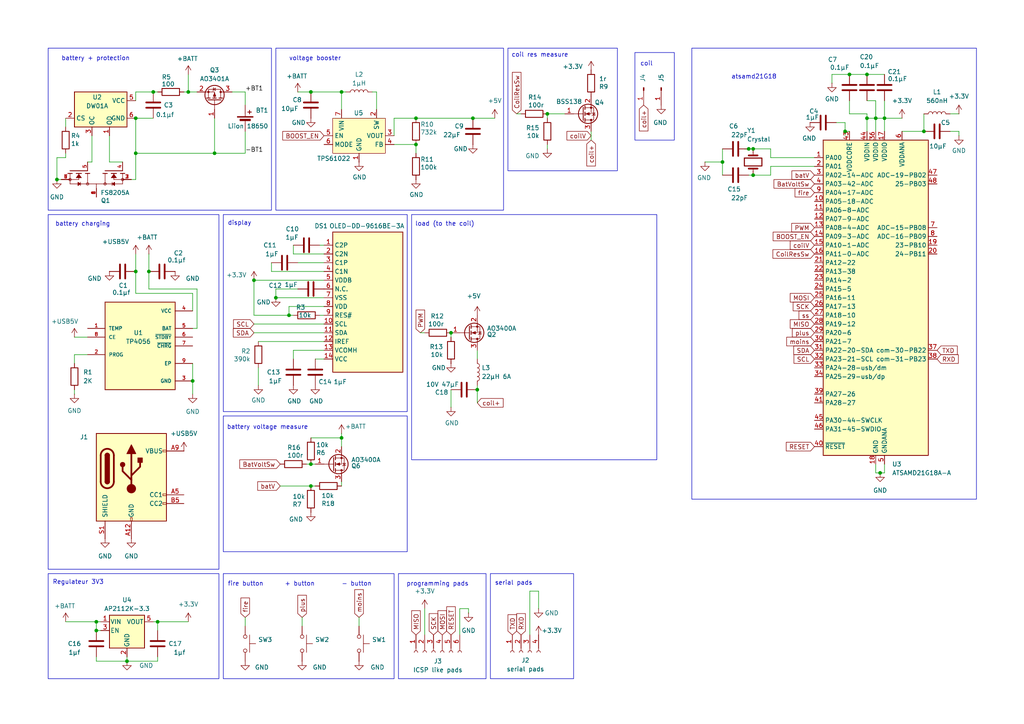
<source format=kicad_sch>
(kicad_sch
	(version 20231120)
	(generator "eeschema")
	(generator_version "8.0")
	(uuid "e79128ee-212b-4442-a43f-c163c43b8a09")
	(paper "A4")
	(title_block
		(title "VBox")
		(date "2024-12-24")
		(rev "0.2")
	)
	
	(junction
		(at 137.16 34.29)
		(diameter 0)
		(color 0 0 0 0)
		(uuid "0dc5ae22-7e67-4120-9f6e-a0e265feab63")
	)
	(junction
		(at 43.18 78.74)
		(diameter 0)
		(color 0 0 0 0)
		(uuid "23504f13-80a2-4715-bef8-aa16c7b529df")
	)
	(junction
		(at 39.37 78.74)
		(diameter 0)
		(color 0 0 0 0)
		(uuid "25212f8e-a551-485c-9432-5ecf007d1aa6")
	)
	(junction
		(at 267.97 38.1)
		(diameter 0)
		(color 0 0 0 0)
		(uuid "28a7f15f-e8cb-47fa-9735-95b60f69a11e")
	)
	(junction
		(at 27.94 180.34)
		(diameter 0)
		(color 0 0 0 0)
		(uuid "28eae92f-0177-4bde-8608-e0e261004e73")
	)
	(junction
		(at 120.65 41.91)
		(diameter 0)
		(color 0 0 0 0)
		(uuid "2f2a38f0-9a2c-40ee-9f91-325ece032515")
	)
	(junction
		(at 130.81 96.52)
		(diameter 0)
		(color 0 0 0 0)
		(uuid "3ef91fd5-9073-4191-ba06-a03f508dc868")
	)
	(junction
		(at 39.37 34.29)
		(diameter 0)
		(color 0 0 0 0)
		(uuid "40f166c1-6a8b-4ecc-8b51-eb5486a28fec")
	)
	(junction
		(at 83.82 91.44)
		(diameter 0)
		(color 0 0 0 0)
		(uuid "4217b900-d535-4734-a2ac-7b93230d661f")
	)
	(junction
		(at 251.46 21.59)
		(diameter 0)
		(color 0 0 0 0)
		(uuid "493ef42d-3b1e-4d6c-b517-aa3ae5fb25c1")
	)
	(junction
		(at 120.65 34.29)
		(diameter 0)
		(color 0 0 0 0)
		(uuid "4e39a01e-112a-4b12-a345-0efbd1d14871")
	)
	(junction
		(at 73.66 81.28)
		(diameter 0)
		(color 0 0 0 0)
		(uuid "5e612b7d-95fe-4bd7-949f-a70b8fc4404d")
	)
	(junction
		(at 27.94 182.88)
		(diameter 0)
		(color 0 0 0 0)
		(uuid "65bc46f2-2d7d-4111-854b-2388614adcd2")
	)
	(junction
		(at 218.44 43.18)
		(diameter 0)
		(color 0 0 0 0)
		(uuid "65fc6330-fe0c-4dec-8cfa-07ba958e8f0d")
	)
	(junction
		(at 138.43 113.03)
		(diameter 0)
		(color 0 0 0 0)
		(uuid "6926e290-6c04-434a-865e-19b8f738978a")
	)
	(junction
		(at 217.17 43.18)
		(diameter 0)
		(color 0 0 0 0)
		(uuid "70939512-8999-4a3a-bc2a-982e08c1650b")
	)
	(junction
		(at 255.27 137.16)
		(diameter 0)
		(color 0 0 0 0)
		(uuid "75eeb78e-93a7-4e17-a6d2-a82cb97a94a3")
	)
	(junction
		(at 90.17 134.62)
		(diameter 0)
		(color 0 0 0 0)
		(uuid "89ae31ad-11ee-4e85-b083-c715fe8313af")
	)
	(junction
		(at 36.83 191.77)
		(diameter 0)
		(color 0 0 0 0)
		(uuid "8af1900f-011d-4e7c-9336-0af8428564d3")
	)
	(junction
		(at 90.17 26.67)
		(diameter 0)
		(color 0 0 0 0)
		(uuid "8b5fb09f-0e0b-4e96-941c-4bab801f13bb")
	)
	(junction
		(at 256.54 34.29)
		(diameter 0)
		(color 0 0 0 0)
		(uuid "8fbfbb1d-c229-48ea-8a99-c591d40861c0")
	)
	(junction
		(at 45.72 180.34)
		(diameter 0)
		(color 0 0 0 0)
		(uuid "970b4a40-f5c8-43bf-8b8c-15e68e44f5a6")
	)
	(junction
		(at 80.01 86.36)
		(diameter 0)
		(color 0 0 0 0)
		(uuid "9dd5d14b-36b0-4a2b-ad26-b1f91462cdbc")
	)
	(junction
		(at 16.51 52.07)
		(diameter 0)
		(color 0 0 0 0)
		(uuid "a34ece46-2b51-48f3-a371-3d05e13266c7")
	)
	(junction
		(at 99.06 127)
		(diameter 0)
		(color 0 0 0 0)
		(uuid "b8c28ab1-16c9-4420-be62-1859efec0171")
	)
	(junction
		(at 158.75 33.02)
		(diameter 0)
		(color 0 0 0 0)
		(uuid "be851727-ca71-4e0f-9e35-53c8d92392f8")
	)
	(junction
		(at 62.23 44.45)
		(diameter 0)
		(color 0 0 0 0)
		(uuid "c157e39a-ad68-439a-9093-a16128fa68ca")
	)
	(junction
		(at 44.45 26.67)
		(diameter 0)
		(color 0 0 0 0)
		(uuid "cc57f43e-bb39-44af-a9a0-88db0b9dc470")
	)
	(junction
		(at 39.37 44.45)
		(diameter 0)
		(color 0 0 0 0)
		(uuid "d394c192-c090-4cb0-8ff1-b6f13af8499d")
	)
	(junction
		(at 99.06 26.67)
		(diameter 0)
		(color 0 0 0 0)
		(uuid "dcc9532d-b0ef-4650-b2cd-5a3965bfb898")
	)
	(junction
		(at 209.55 46.99)
		(diameter 0)
		(color 0 0 0 0)
		(uuid "dd6d74a7-d191-403d-900d-98ea5afbf557")
	)
	(junction
		(at 246.38 21.59)
		(diameter 0)
		(color 0 0 0 0)
		(uuid "df5d0cff-c28b-408a-86fc-f8cb5b38b2be")
	)
	(junction
		(at 218.44 50.8)
		(diameter 0)
		(color 0 0 0 0)
		(uuid "e21ecfdc-20b7-42d1-9131-726bb411738e")
	)
	(junction
		(at 245.11 38.1)
		(diameter 0)
		(color 0 0 0 0)
		(uuid "e6086cf0-07e5-4180-9234-9530fe09b7e6")
	)
	(junction
		(at 254 34.29)
		(diameter 0)
		(color 0 0 0 0)
		(uuid "e69e276e-6a11-412e-ae07-eb6b5b6008e3")
	)
	(junction
		(at 251.46 34.29)
		(diameter 0)
		(color 0 0 0 0)
		(uuid "e8ecf99e-f45c-4bbf-b51f-1f1b7eb9896b")
	)
	(junction
		(at 90.17 140.97)
		(diameter 0)
		(color 0 0 0 0)
		(uuid "ec7d8b1b-c3a1-46db-a803-6cf0c8de4ab7")
	)
	(junction
		(at 55.88 110.49)
		(diameter 0)
		(color 0 0 0 0)
		(uuid "eff7a68a-7026-48de-bc34-3329900a0206")
	)
	(junction
		(at 54.61 26.67)
		(diameter 0)
		(color 0 0 0 0)
		(uuid "fd303f27-1f51-4c62-947e-2c22d346bc82")
	)
	(wire
		(pts
			(xy 241.3 24.13) (xy 241.3 21.59)
		)
		(stroke
			(width 0)
			(type default)
		)
		(uuid "001c2bf2-5906-45fa-a51b-ceb9d597f272")
	)
	(wire
		(pts
			(xy 275.59 33.02) (xy 278.13 33.02)
		)
		(stroke
			(width 0)
			(type default)
		)
		(uuid "00e7f358-c298-4e98-8cb6-a9c0f3208779")
	)
	(wire
		(pts
			(xy 138.43 113.03) (xy 138.43 116.84)
		)
		(stroke
			(width 0)
			(type default)
		)
		(uuid "0459cce6-ccf3-4304-8649-23b90d3f1979")
	)
	(wire
		(pts
			(xy 83.82 88.9) (xy 83.82 91.44)
		)
		(stroke
			(width 0)
			(type default)
		)
		(uuid "059d077b-37cf-42c5-ab1f-07845c2262af")
	)
	(wire
		(pts
			(xy 19.05 44.45) (xy 19.05 45.72)
		)
		(stroke
			(width 0)
			(type default)
		)
		(uuid "0746fb1a-8712-47ff-b3f8-79ee6c6a3485")
	)
	(wire
		(pts
			(xy 242.57 35.56) (xy 245.11 35.56)
		)
		(stroke
			(width 0)
			(type default)
		)
		(uuid "081c4f63-4b4d-4db5-ac4b-c03430064cb4")
	)
	(wire
		(pts
			(xy 218.44 43.18) (xy 223.52 43.18)
		)
		(stroke
			(width 0)
			(type default)
		)
		(uuid "09dd95d5-2327-4a2a-afb2-1bc7b43e11dc")
	)
	(wire
		(pts
			(xy 92.71 91.44) (xy 93.98 91.44)
		)
		(stroke
			(width 0)
			(type default)
		)
		(uuid "09f80b0d-7df1-4211-a7d3-bc19f8ca477b")
	)
	(wire
		(pts
			(xy 57.15 95.25) (xy 55.88 95.25)
		)
		(stroke
			(width 0)
			(type default)
		)
		(uuid "0d2565ff-dbd2-4fee-a2fc-1af442afa4c4")
	)
	(wire
		(pts
			(xy 130.81 96.52) (xy 130.81 97.79)
		)
		(stroke
			(width 0)
			(type default)
		)
		(uuid "0e1b5d87-e65c-49a2-8fa4-86a8ec764796")
	)
	(wire
		(pts
			(xy 57.15 95.25) (xy 57.15 83.82)
		)
		(stroke
			(width 0)
			(type default)
		)
		(uuid "0e258064-ae6f-45b7-afc3-a11f21ac0895")
	)
	(wire
		(pts
			(xy 256.54 34.29) (xy 256.54 38.1)
		)
		(stroke
			(width 0)
			(type default)
		)
		(uuid "0fe0a0ee-faef-449b-ab10-e5795efffab7")
	)
	(wire
		(pts
			(xy 86.36 83.82) (xy 80.01 83.82)
		)
		(stroke
			(width 0)
			(type default)
		)
		(uuid "11377225-1192-4577-a11a-9ca23dce9978")
	)
	(wire
		(pts
			(xy 90.17 127) (xy 99.06 127)
		)
		(stroke
			(width 0)
			(type default)
		)
		(uuid "123ef7c2-830b-44ce-9e0f-2ec10f68da7e")
	)
	(wire
		(pts
			(xy 120.65 34.29) (xy 137.16 34.29)
		)
		(stroke
			(width 0)
			(type default)
		)
		(uuid "13e4932e-873f-4478-9587-edc3ed9fb69c")
	)
	(wire
		(pts
			(xy 93.98 73.66) (xy 85.09 73.66)
		)
		(stroke
			(width 0)
			(type default)
		)
		(uuid "1583726e-8ef6-4253-88c6-6869fabf56c8")
	)
	(wire
		(pts
			(xy 87.63 179.07) (xy 87.63 181.61)
		)
		(stroke
			(width 0)
			(type default)
		)
		(uuid "15d78704-d136-4a50-acc2-5d9272f3652a")
	)
	(wire
		(pts
			(xy 99.06 26.67) (xy 100.33 26.67)
		)
		(stroke
			(width 0)
			(type default)
		)
		(uuid "1c01d52e-7266-4937-aff7-c71ade0c2b67")
	)
	(wire
		(pts
			(xy 217.17 50.8) (xy 218.44 50.8)
		)
		(stroke
			(width 0)
			(type default)
		)
		(uuid "206ea08f-7925-4572-9454-b9364904f29f")
	)
	(wire
		(pts
			(xy 218.44 50.8) (xy 223.52 50.8)
		)
		(stroke
			(width 0)
			(type default)
		)
		(uuid "2299b2bc-2b78-42de-9069-eb89126373cb")
	)
	(wire
		(pts
			(xy 256.54 34.29) (xy 261.62 34.29)
		)
		(stroke
			(width 0)
			(type default)
		)
		(uuid "24b3a105-032e-46c6-843a-a8427d6f7f66")
	)
	(wire
		(pts
			(xy 99.06 125.73) (xy 99.06 127)
		)
		(stroke
			(width 0)
			(type default)
		)
		(uuid "2b071163-e761-4f68-926b-225c4036ea80")
	)
	(wire
		(pts
			(xy 114.3 34.29) (xy 120.65 34.29)
		)
		(stroke
			(width 0)
			(type default)
		)
		(uuid "2c034e51-f1af-476e-8dd0-d969344c4ad9")
	)
	(wire
		(pts
			(xy 93.98 76.2) (xy 86.36 76.2)
		)
		(stroke
			(width 0)
			(type default)
		)
		(uuid "2cb62b69-e6a5-4953-9d3c-aa3a075cb925")
	)
	(wire
		(pts
			(xy 39.37 44.45) (xy 62.23 44.45)
		)
		(stroke
			(width 0)
			(type default)
		)
		(uuid "2cdcaef8-d603-4b28-870f-6290558e9f60")
	)
	(wire
		(pts
			(xy 114.3 39.37) (xy 114.3 34.29)
		)
		(stroke
			(width 0)
			(type default)
		)
		(uuid "2cf55bf0-b39e-4d1a-867a-a052ec5a0d52")
	)
	(wire
		(pts
			(xy 31.75 39.37) (xy 31.75 46.99)
		)
		(stroke
			(width 0)
			(type default)
		)
		(uuid "2e3d4023-7418-43d3-9133-cf755d25a37d")
	)
	(wire
		(pts
			(xy 209.55 43.18) (xy 209.55 46.99)
		)
		(stroke
			(width 0)
			(type default)
		)
		(uuid "2f5d092a-ff5e-4bb5-8f77-0c5c3f32c70a")
	)
	(wire
		(pts
			(xy 73.66 93.98) (xy 93.98 93.98)
		)
		(stroke
			(width 0)
			(type default)
		)
		(uuid "311cf34a-d8df-4511-ae46-4d42f6c85240")
	)
	(wire
		(pts
			(xy 16.51 52.07) (xy 17.78 52.07)
		)
		(stroke
			(width 0)
			(type default)
		)
		(uuid "3167ec46-f722-4478-ac05-e998364cd6d0")
	)
	(wire
		(pts
			(xy 57.15 26.67) (xy 54.61 26.67)
		)
		(stroke
			(width 0)
			(type default)
		)
		(uuid "3522f34c-6487-49bf-ac51-7323b17345b2")
	)
	(wire
		(pts
			(xy 27.94 182.88) (xy 27.94 180.34)
		)
		(stroke
			(width 0)
			(type default)
		)
		(uuid "360239ca-2d36-41bf-801a-e2781682dcf0")
	)
	(wire
		(pts
			(xy 55.88 110.49) (xy 55.88 114.3)
		)
		(stroke
			(width 0)
			(type default)
		)
		(uuid "36dca280-04b1-4c51-b4b7-6d77284dadcd")
	)
	(wire
		(pts
			(xy 215.9 43.18) (xy 217.17 43.18)
		)
		(stroke
			(width 0)
			(type default)
		)
		(uuid "3783feb7-ae28-484b-b28e-53c86e9589d4")
	)
	(wire
		(pts
			(xy 38.1 52.07) (xy 39.37 52.07)
		)
		(stroke
			(width 0)
			(type default)
		)
		(uuid "391027ba-8856-443e-9d95-57a090209cf3")
	)
	(wire
		(pts
			(xy 26.67 39.37) (xy 26.67 46.99)
		)
		(stroke
			(width 0)
			(type default)
		)
		(uuid "3af4de8c-6483-40d2-aeff-fe3d87599550")
	)
	(wire
		(pts
			(xy 256.54 134.62) (xy 256.54 137.16)
		)
		(stroke
			(width 0)
			(type default)
		)
		(uuid "3ce097d5-18c6-4608-a453-e0fce05cf9c0")
	)
	(wire
		(pts
			(xy 223.52 48.26) (xy 236.22 48.26)
		)
		(stroke
			(width 0)
			(type default)
		)
		(uuid "417dafaf-5036-4456-a10d-5733f5e20894")
	)
	(wire
		(pts
			(xy 267.97 38.1) (xy 267.97 33.02)
		)
		(stroke
			(width 0)
			(type default)
		)
		(uuid "423a72f4-7332-4b04-9cdd-be019e28362e")
	)
	(wire
		(pts
			(xy 153.67 171.45) (xy 153.67 184.15)
		)
		(stroke
			(width 0)
			(type default)
		)
		(uuid "424e1c7b-921f-474a-9dd4-f4ae2f2c5fb1")
	)
	(wire
		(pts
			(xy 251.46 34.29) (xy 251.46 38.1)
		)
		(stroke
			(width 0)
			(type default)
		)
		(uuid "44c795f6-f19c-456c-a2fd-e72e90135f22")
	)
	(wire
		(pts
			(xy 245.11 39.37) (xy 245.11 38.1)
		)
		(stroke
			(width 0)
			(type default)
		)
		(uuid "45293591-3106-4a38-8ece-0096a4a9b366")
	)
	(wire
		(pts
			(xy 92.71 71.12) (xy 93.98 71.12)
		)
		(stroke
			(width 0)
			(type default)
		)
		(uuid "4b0c2310-69ce-4f33-ba09-74e5d47845f2")
	)
	(wire
		(pts
			(xy 39.37 29.21) (xy 39.37 26.67)
		)
		(stroke
			(width 0)
			(type default)
		)
		(uuid "4b9104fc-d6d0-4d02-bf45-2760e05a9936")
	)
	(wire
		(pts
			(xy 209.55 50.8) (xy 209.55 46.99)
		)
		(stroke
			(width 0)
			(type default)
		)
		(uuid "4c2d8e40-a0dc-4745-86ea-d240c9420e7f")
	)
	(wire
		(pts
			(xy 90.17 140.97) (xy 91.44 140.97)
		)
		(stroke
			(width 0)
			(type default)
		)
		(uuid "4da6e938-61ce-4acf-a55c-14760a407de5")
	)
	(wire
		(pts
			(xy 39.37 26.67) (xy 44.45 26.67)
		)
		(stroke
			(width 0)
			(type default)
		)
		(uuid "507581eb-367b-44b3-a5cb-cbf17268a41b")
	)
	(wire
		(pts
			(xy 223.52 50.8) (xy 223.52 48.26)
		)
		(stroke
			(width 0)
			(type default)
		)
		(uuid "512d4f9c-9dbc-401d-b937-d2b3774de403")
	)
	(wire
		(pts
			(xy 71.12 179.07) (xy 71.12 181.61)
		)
		(stroke
			(width 0)
			(type default)
		)
		(uuid "514d8993-87ea-405b-964a-8e923807c9e6")
	)
	(wire
		(pts
			(xy 158.75 33.02) (xy 163.83 33.02)
		)
		(stroke
			(width 0)
			(type default)
		)
		(uuid "548e2e2a-7b46-4732-a5fc-8e13366df124")
	)
	(wire
		(pts
			(xy 254 29.21) (xy 254 34.29)
		)
		(stroke
			(width 0)
			(type default)
		)
		(uuid "563948bd-76a7-4bac-811f-d438845ed674")
	)
	(wire
		(pts
			(xy 99.06 140.97) (xy 99.06 139.7)
		)
		(stroke
			(width 0)
			(type default)
		)
		(uuid "56502c0c-2fa4-4a3a-89bb-e0889bc86dea")
	)
	(wire
		(pts
			(xy 88.9 134.62) (xy 90.17 134.62)
		)
		(stroke
			(width 0)
			(type default)
		)
		(uuid "57ec4aa0-9e32-45f5-ab27-d0b331690e68")
	)
	(wire
		(pts
			(xy 78.74 76.2) (xy 78.74 78.74)
		)
		(stroke
			(width 0)
			(type default)
		)
		(uuid "5a068dd7-1cff-4346-9101-649bb2162239")
	)
	(wire
		(pts
			(xy 256.54 29.21) (xy 256.54 34.29)
		)
		(stroke
			(width 0)
			(type default)
		)
		(uuid "5a7df095-19e9-4318-81ce-c92d76fea762")
	)
	(wire
		(pts
			(xy 39.37 34.29) (xy 44.45 34.29)
		)
		(stroke
			(width 0)
			(type default)
		)
		(uuid "5a96c07f-c099-4d57-ab78-8108721f3b21")
	)
	(wire
		(pts
			(xy 54.61 26.67) (xy 54.61 21.59)
		)
		(stroke
			(width 0)
			(type default)
		)
		(uuid "5abe0e43-0321-4927-a464-6e61efe86853")
	)
	(wire
		(pts
			(xy 114.3 41.91) (xy 120.65 41.91)
		)
		(stroke
			(width 0)
			(type default)
		)
		(uuid "5adb3eb4-b2ef-46f7-92f8-bfa41cf9789a")
	)
	(wire
		(pts
			(xy 21.59 102.87) (xy 21.59 105.41)
		)
		(stroke
			(width 0)
			(type default)
		)
		(uuid "5c0b93d7-54ae-42a1-b7b0-9cfef1925c8a")
	)
	(wire
		(pts
			(xy 254 137.16) (xy 254 134.62)
		)
		(stroke
			(width 0)
			(type default)
		)
		(uuid "5c22cb53-56f1-419c-b7ac-e36c6950177c")
	)
	(wire
		(pts
			(xy 246.38 33.02) (xy 251.46 33.02)
		)
		(stroke
			(width 0)
			(type default)
		)
		(uuid "5c2b52c2-dcac-464a-a137-e73644344e3a")
	)
	(wire
		(pts
			(xy 245.11 38.1) (xy 246.38 38.1)
		)
		(stroke
			(width 0)
			(type default)
		)
		(uuid "5c5e8f76-6622-425b-9f90-50fa6ca6a3d9")
	)
	(wire
		(pts
			(xy 39.37 34.29) (xy 39.37 44.45)
		)
		(stroke
			(width 0)
			(type default)
		)
		(uuid "61def6f6-ddfe-460e-ba08-30ae2262006d")
	)
	(wire
		(pts
			(xy 123.19 176.53) (xy 123.19 184.15)
		)
		(stroke
			(width 0)
			(type default)
		)
		(uuid "62c0d760-160b-44b0-a21d-099c041a71be")
	)
	(wire
		(pts
			(xy 19.05 45.72) (xy 16.51 45.72)
		)
		(stroke
			(width 0)
			(type default)
		)
		(uuid "6823a712-7d62-4652-a910-4ecb18fe1b6f")
	)
	(wire
		(pts
			(xy 44.45 180.34) (xy 45.72 180.34)
		)
		(stroke
			(width 0)
			(type default)
		)
		(uuid "69193738-8b61-4804-8df9-abb894b50bdf")
	)
	(wire
		(pts
			(xy 53.34 26.67) (xy 54.61 26.67)
		)
		(stroke
			(width 0)
			(type default)
		)
		(uuid "69e8bee0-0ae5-4716-91d3-dc7ff4b23f8a")
	)
	(wire
		(pts
			(xy 71.12 30.48) (xy 71.12 26.67)
		)
		(stroke
			(width 0)
			(type default)
		)
		(uuid "6b39adab-86a5-4f34-8b36-3aa4ca9c2636")
	)
	(wire
		(pts
			(xy 241.3 21.59) (xy 246.38 21.59)
		)
		(stroke
			(width 0)
			(type default)
		)
		(uuid "6c384dcd-98b1-4a57-9b2f-f748a00b9372")
	)
	(wire
		(pts
			(xy 138.43 104.14) (xy 138.43 101.6)
		)
		(stroke
			(width 0)
			(type default)
		)
		(uuid "72a30854-9baf-4b28-a6c8-bbc540ccd1fd")
	)
	(wire
		(pts
			(xy 43.18 83.82) (xy 43.18 78.74)
		)
		(stroke
			(width 0)
			(type default)
		)
		(uuid "72de1630-a37d-42a2-af6e-112fe85d9e55")
	)
	(wire
		(pts
			(xy 149.86 33.02) (xy 151.13 33.02)
		)
		(stroke
			(width 0)
			(type default)
		)
		(uuid "74208038-b870-4ae9-8aa2-5c6d016630f1")
	)
	(wire
		(pts
			(xy 245.11 35.56) (xy 245.11 38.1)
		)
		(stroke
			(width 0)
			(type default)
		)
		(uuid "75fe539f-82b4-4f68-a8f8-46c8c4b9a031")
	)
	(wire
		(pts
			(xy 251.46 33.02) (xy 251.46 34.29)
		)
		(stroke
			(width 0)
			(type default)
		)
		(uuid "778cafbb-8f63-477c-894d-40ee7ae006ee")
	)
	(wire
		(pts
			(xy 81.28 140.97) (xy 90.17 140.97)
		)
		(stroke
			(width 0)
			(type default)
		)
		(uuid "77e62739-b2c4-4f17-bab0-1fb3b33ef9e6")
	)
	(wire
		(pts
			(xy 39.37 85.09) (xy 39.37 78.74)
		)
		(stroke
			(width 0)
			(type default)
		)
		(uuid "78f17253-1d2b-444e-bad5-bf7ebdc39753")
	)
	(wire
		(pts
			(xy 27.94 191.77) (xy 36.83 191.77)
		)
		(stroke
			(width 0)
			(type default)
		)
		(uuid "7dbc4fff-eea6-41d6-83d7-700fb85e7c1b")
	)
	(wire
		(pts
			(xy 246.38 21.59) (xy 251.46 21.59)
		)
		(stroke
			(width 0)
			(type default)
		)
		(uuid "7ed89645-2dc7-4f00-ab2e-e05e8444f924")
	)
	(wire
		(pts
			(xy 74.93 99.06) (xy 93.98 99.06)
		)
		(stroke
			(width 0)
			(type default)
		)
		(uuid "803ede38-9d19-4360-9da4-305d1900f3ca")
	)
	(wire
		(pts
			(xy 255.27 137.16) (xy 256.54 137.16)
		)
		(stroke
			(width 0)
			(type default)
		)
		(uuid "83b4bf48-1e8a-4c8e-972e-8f397db731fb")
	)
	(wire
		(pts
			(xy 93.98 81.28) (xy 73.66 81.28)
		)
		(stroke
			(width 0)
			(type default)
		)
		(uuid "85b4d837-ede9-41a2-8b6b-be843669f01d")
	)
	(wire
		(pts
			(xy 73.66 81.28) (xy 73.66 91.44)
		)
		(stroke
			(width 0)
			(type default)
		)
		(uuid "870b3c73-176b-4954-99bf-e4a3f4d86f5b")
	)
	(wire
		(pts
			(xy 27.94 180.34) (xy 29.21 180.34)
		)
		(stroke
			(width 0)
			(type default)
		)
		(uuid "889e4369-8b34-4920-ac88-7b382e09dc3f")
	)
	(wire
		(pts
			(xy 251.46 34.29) (xy 254 34.29)
		)
		(stroke
			(width 0)
			(type default)
		)
		(uuid "8987cf81-815d-4e6e-a98d-0ce8a727e55f")
	)
	(wire
		(pts
			(xy 55.88 85.09) (xy 39.37 85.09)
		)
		(stroke
			(width 0)
			(type default)
		)
		(uuid "8a69fa63-9b01-4512-9633-60770ffd6532")
	)
	(wire
		(pts
			(xy 27.94 182.88) (xy 29.21 182.88)
		)
		(stroke
			(width 0)
			(type default)
		)
		(uuid "8b41f468-3b96-4d18-acdd-389b41571595")
	)
	(wire
		(pts
			(xy 99.06 26.67) (xy 99.06 31.75)
		)
		(stroke
			(width 0)
			(type default)
		)
		(uuid "8b61020e-e1a6-4156-aed8-1f68d508c328")
	)
	(wire
		(pts
			(xy 223.52 43.18) (xy 223.52 45.72)
		)
		(stroke
			(width 0)
			(type default)
		)
		(uuid "8ccdf24d-7ba4-40aa-a4e9-43de31342d8b")
	)
	(wire
		(pts
			(xy 55.88 90.17) (xy 55.88 85.09)
		)
		(stroke
			(width 0)
			(type default)
		)
		(uuid "9058f39b-d13c-4c72-80e5-f5a68a2cc134")
	)
	(wire
		(pts
			(xy 153.67 171.45) (xy 156.21 171.45)
		)
		(stroke
			(width 0)
			(type default)
		)
		(uuid "914fe708-b5eb-4b11-a470-de7f4e34fdcb")
	)
	(wire
		(pts
			(xy 85.09 73.66) (xy 85.09 71.12)
		)
		(stroke
			(width 0)
			(type default)
		)
		(uuid "919ce4dd-0292-41c6-9d22-55c2c409f123")
	)
	(wire
		(pts
			(xy 254 34.29) (xy 256.54 34.29)
		)
		(stroke
			(width 0)
			(type default)
		)
		(uuid "92242dbb-018f-436f-9286-d16875ff5529")
	)
	(wire
		(pts
			(xy 99.06 127) (xy 99.06 129.54)
		)
		(stroke
			(width 0)
			(type default)
		)
		(uuid "96ac7688-571b-4a0e-980f-801bb1888e6e")
	)
	(wire
		(pts
			(xy 255.27 137.16) (xy 254 137.16)
		)
		(stroke
			(width 0)
			(type default)
		)
		(uuid "9ce49e65-59d0-4c54-a8a0-220beeb2c857")
	)
	(wire
		(pts
			(xy 39.37 73.66) (xy 39.37 78.74)
		)
		(stroke
			(width 0)
			(type default)
		)
		(uuid "9e310c8a-0642-4073-aa6d-813d716cd45b")
	)
	(wire
		(pts
			(xy 109.22 31.75) (xy 109.22 26.67)
		)
		(stroke
			(width 0)
			(type default)
		)
		(uuid "9f6a8c65-318a-4bdb-b9af-fd742009a117")
	)
	(wire
		(pts
			(xy 26.67 46.99) (xy 25.4 46.99)
		)
		(stroke
			(width 0)
			(type default)
		)
		(uuid "a20b69e8-d433-475d-a812-0cd1482305f5")
	)
	(wire
		(pts
			(xy 254 34.29) (xy 254 38.1)
		)
		(stroke
			(width 0)
			(type default)
		)
		(uuid "a4cb355e-98d8-43a9-9822-045e0f5d5d1b")
	)
	(wire
		(pts
			(xy 80.01 83.82) (xy 80.01 86.36)
		)
		(stroke
			(width 0)
			(type default)
		)
		(uuid "a6e28197-eacd-4f41-8242-aa9aafc2e4c4")
	)
	(wire
		(pts
			(xy 85.09 101.6) (xy 85.09 104.14)
		)
		(stroke
			(width 0)
			(type default)
		)
		(uuid "a6e5a03c-0a59-4a4f-bb74-a797aa0e3866")
	)
	(wire
		(pts
			(xy 171.45 38.1) (xy 171.45 40.64)
		)
		(stroke
			(width 0)
			(type default)
		)
		(uuid "a7f91fce-4833-4ffe-a704-e237f0f37cf3")
	)
	(wire
		(pts
			(xy 62.23 34.29) (xy 62.23 44.45)
		)
		(stroke
			(width 0)
			(type default)
		)
		(uuid "a8dac2c3-f7c9-4861-a13a-663e95da4948")
	)
	(wire
		(pts
			(xy 93.98 101.6) (xy 85.09 101.6)
		)
		(stroke
			(width 0)
			(type default)
		)
		(uuid "ace68dec-040e-43dc-94c1-61b7348cadaa")
	)
	(wire
		(pts
			(xy 62.23 44.45) (xy 71.12 44.45)
		)
		(stroke
			(width 0)
			(type default)
		)
		(uuid "af5628b0-21a9-4466-a3de-6d72d0a37ecc")
	)
	(wire
		(pts
			(xy 130.81 118.11) (xy 130.81 113.03)
		)
		(stroke
			(width 0)
			(type default)
		)
		(uuid "af710bb5-8b62-412b-9d64-2e88e3dff69c")
	)
	(wire
		(pts
			(xy 133.35 176.53) (xy 135.89 176.53)
		)
		(stroke
			(width 0)
			(type default)
		)
		(uuid "b00e34a9-0740-48bb-b58c-de9e0ed32b07")
	)
	(wire
		(pts
			(xy 71.12 38.1) (xy 71.12 44.45)
		)
		(stroke
			(width 0)
			(type default)
		)
		(uuid "b0d7e412-a508-4273-a8e5-b1bc2dccf00a")
	)
	(wire
		(pts
			(xy 133.35 176.53) (xy 133.35 184.15)
		)
		(stroke
			(width 0)
			(type default)
		)
		(uuid "b2cd60e4-0367-4f76-a58a-89bda606426b")
	)
	(wire
		(pts
			(xy 78.74 78.74) (xy 93.98 78.74)
		)
		(stroke
			(width 0)
			(type default)
		)
		(uuid "b352bac4-bfcc-43f9-ac95-46eb71868093")
	)
	(wire
		(pts
			(xy 67.31 26.67) (xy 71.12 26.67)
		)
		(stroke
			(width 0)
			(type default)
		)
		(uuid "b4989321-c391-4669-8567-0d142c3c7afd")
	)
	(wire
		(pts
			(xy 73.66 91.44) (xy 83.82 91.44)
		)
		(stroke
			(width 0)
			(type default)
		)
		(uuid "b7671b70-5193-4e82-ab2f-4a141b9d6c57")
	)
	(wire
		(pts
			(xy 223.52 45.72) (xy 236.22 45.72)
		)
		(stroke
			(width 0)
			(type default)
		)
		(uuid "b7c9d073-5626-4fc9-ad0b-499e92d4a472")
	)
	(wire
		(pts
			(xy 21.59 113.03) (xy 21.59 114.3)
		)
		(stroke
			(width 0)
			(type default)
		)
		(uuid "b879f85c-02af-4363-8688-cff5a875a864")
	)
	(wire
		(pts
			(xy 16.51 45.72) (xy 16.51 52.07)
		)
		(stroke
			(width 0)
			(type default)
		)
		(uuid "b9803d74-78d2-4049-935e-89bd068d78b8")
	)
	(wire
		(pts
			(xy 158.75 41.91) (xy 158.75 43.18)
		)
		(stroke
			(width 0)
			(type default)
		)
		(uuid "ba79c6e7-09ce-46a6-bcab-45c60dc31437")
	)
	(wire
		(pts
			(xy 137.16 34.29) (xy 143.51 34.29)
		)
		(stroke
			(width 0)
			(type default)
		)
		(uuid "bbff4e7a-f56b-4542-a514-183058c05d62")
	)
	(wire
		(pts
			(xy 19.05 34.29) (xy 19.05 36.83)
		)
		(stroke
			(width 0)
			(type default)
		)
		(uuid "bc36a65e-af7f-4f86-971a-fced82fcc346")
	)
	(wire
		(pts
			(xy 246.38 33.02) (xy 246.38 29.21)
		)
		(stroke
			(width 0)
			(type default)
		)
		(uuid "bd577085-fcff-4e2a-9e72-bb017b170f09")
	)
	(wire
		(pts
			(xy 43.18 73.66) (xy 43.18 78.74)
		)
		(stroke
			(width 0)
			(type default)
		)
		(uuid "c0a58d72-19b2-4a3a-ae66-234ce5d65b39")
	)
	(wire
		(pts
			(xy 275.59 38.1) (xy 278.13 38.1)
		)
		(stroke
			(width 0)
			(type default)
		)
		(uuid "c0e1bdf0-6030-442f-9ce5-6911939e6709")
	)
	(wire
		(pts
			(xy 73.66 96.52) (xy 93.98 96.52)
		)
		(stroke
			(width 0)
			(type default)
		)
		(uuid "c3a93bbf-8b41-42ed-98ee-826ff1af8c11")
	)
	(wire
		(pts
			(xy 74.93 111.76) (xy 74.93 106.68)
		)
		(stroke
			(width 0)
			(type default)
		)
		(uuid "c47013ba-a793-4ac5-ba01-97f694620218")
	)
	(wire
		(pts
			(xy 39.37 44.45) (xy 39.37 52.07)
		)
		(stroke
			(width 0)
			(type default)
		)
		(uuid "c60e6008-802e-46ee-bf71-263d617c4326")
	)
	(wire
		(pts
			(xy 138.43 111.76) (xy 138.43 113.03)
		)
		(stroke
			(width 0)
			(type default)
		)
		(uuid "c6897258-f9c0-4510-a457-adfde35958bb")
	)
	(wire
		(pts
			(xy 45.72 190.5) (xy 45.72 191.77)
		)
		(stroke
			(width 0)
			(type default)
		)
		(uuid "c8839131-40c9-41c6-afdf-36438eb88f41")
	)
	(wire
		(pts
			(xy 91.44 104.14) (xy 93.98 104.14)
		)
		(stroke
			(width 0)
			(type default)
		)
		(uuid "c88b8da0-884f-4780-aed2-e03e9939932f")
	)
	(wire
		(pts
			(xy 83.82 91.44) (xy 85.09 91.44)
		)
		(stroke
			(width 0)
			(type default)
		)
		(uuid "c971b6cb-a311-4ddb-a3b1-6cbd1e89d0e2")
	)
	(wire
		(pts
			(xy 45.72 180.34) (xy 54.61 180.34)
		)
		(stroke
			(width 0)
			(type default)
		)
		(uuid "ce4a2892-6a19-4fa5-a15d-71375a5d213c")
	)
	(wire
		(pts
			(xy 156.21 171.45) (xy 156.21 176.53)
		)
		(stroke
			(width 0)
			(type default)
		)
		(uuid "cf269dfc-b934-410a-86b5-cf76953fed13")
	)
	(wire
		(pts
			(xy 19.05 180.34) (xy 27.94 180.34)
		)
		(stroke
			(width 0)
			(type default)
		)
		(uuid "cf3f1dd0-cc4d-4204-ad98-6eb085eee002")
	)
	(wire
		(pts
			(xy 25.4 102.87) (xy 21.59 102.87)
		)
		(stroke
			(width 0)
			(type default)
		)
		(uuid "d15a4deb-d980-4d86-9ec0-5bae7744c017")
	)
	(wire
		(pts
			(xy 86.36 26.67) (xy 90.17 26.67)
		)
		(stroke
			(width 0)
			(type default)
		)
		(uuid "d1a907b3-5811-4996-ad0f-d9ce4c77f16e")
	)
	(wire
		(pts
			(xy 261.62 38.1) (xy 267.97 38.1)
		)
		(stroke
			(width 0)
			(type default)
		)
		(uuid "d32d52dc-b425-4862-8d0b-b68713b51019")
	)
	(wire
		(pts
			(xy 109.22 26.67) (xy 107.95 26.67)
		)
		(stroke
			(width 0)
			(type default)
		)
		(uuid "d686b5ce-3650-4b5b-8f9d-f75125b89c07")
	)
	(wire
		(pts
			(xy 44.45 26.67) (xy 45.72 26.67)
		)
		(stroke
			(width 0)
			(type default)
		)
		(uuid "d8a0b507-701b-4230-a1af-86a1849847bd")
	)
	(wire
		(pts
			(xy 135.89 176.53) (xy 135.89 177.8)
		)
		(stroke
			(width 0)
			(type default)
		)
		(uuid "d9861edb-c71d-464f-8e04-2b1d2f977e8c")
	)
	(wire
		(pts
			(xy 27.94 190.5) (xy 27.94 191.77)
		)
		(stroke
			(width 0)
			(type default)
		)
		(uuid "da15444d-a76c-4b7e-9e35-7f1ca59e427c")
	)
	(wire
		(pts
			(xy 251.46 29.21) (xy 254 29.21)
		)
		(stroke
			(width 0)
			(type default)
		)
		(uuid "dc962509-2530-474a-88c1-e025fe7d84d0")
	)
	(wire
		(pts
			(xy 80.01 86.36) (xy 93.98 86.36)
		)
		(stroke
			(width 0)
			(type default)
		)
		(uuid "deff7a0c-f4d1-40b3-993a-6a01680c5bfa")
	)
	(wire
		(pts
			(xy 251.46 21.59) (xy 256.54 21.59)
		)
		(stroke
			(width 0)
			(type default)
		)
		(uuid "e412fb2b-2abe-4a14-ad74-656199a13e43")
	)
	(wire
		(pts
			(xy 21.59 97.79) (xy 25.4 97.79)
		)
		(stroke
			(width 0)
			(type default)
		)
		(uuid "e76b283b-92d8-4bb7-9561-91d7a5027793")
	)
	(wire
		(pts
			(xy 90.17 26.67) (xy 99.06 26.67)
		)
		(stroke
			(width 0)
			(type default)
		)
		(uuid "e8ccfd51-86c8-4a1c-a0f7-5beef73fa129")
	)
	(wire
		(pts
			(xy 209.55 46.99) (xy 204.47 46.99)
		)
		(stroke
			(width 0)
			(type default)
		)
		(uuid "e99093d1-3c1f-4723-8837-b4eaddffc523")
	)
	(wire
		(pts
			(xy 31.75 46.99) (xy 35.56 46.99)
		)
		(stroke
			(width 0)
			(type default)
		)
		(uuid "eb645478-4301-4d23-bf30-33dc61cb4440")
	)
	(wire
		(pts
			(xy 55.88 105.41) (xy 55.88 110.49)
		)
		(stroke
			(width 0)
			(type default)
		)
		(uuid "ee394567-dcc0-4a72-a255-8a0582506be4")
	)
	(wire
		(pts
			(xy 278.13 38.1) (xy 278.13 39.37)
		)
		(stroke
			(width 0)
			(type default)
		)
		(uuid "f16c0f01-568f-4515-aea1-b7ef604f5ed8")
	)
	(wire
		(pts
			(xy 158.75 34.29) (xy 158.75 33.02)
		)
		(stroke
			(width 0)
			(type default)
		)
		(uuid "f1ba7617-b639-4810-a9d2-0ca5792b11f5")
	)
	(wire
		(pts
			(xy 90.17 134.62) (xy 91.44 134.62)
		)
		(stroke
			(width 0)
			(type default)
		)
		(uuid "f1de19db-265a-4225-839b-a95f33794bba")
	)
	(wire
		(pts
			(xy 121.92 96.52) (xy 123.19 96.52)
		)
		(stroke
			(width 0)
			(type default)
		)
		(uuid "f52d12d5-c0fa-4de5-9d4b-80a7cf0fb496")
	)
	(wire
		(pts
			(xy 36.83 190.5) (xy 36.83 191.77)
		)
		(stroke
			(width 0)
			(type default)
		)
		(uuid "f5374955-ff92-4fce-b56a-cb4e40a71bae")
	)
	(wire
		(pts
			(xy 36.83 191.77) (xy 45.72 191.77)
		)
		(stroke
			(width 0)
			(type default)
		)
		(uuid "f7454ae1-fb18-44a2-9508-0f66e1d8c5b3")
	)
	(wire
		(pts
			(xy 57.15 83.82) (xy 43.18 83.82)
		)
		(stroke
			(width 0)
			(type default)
		)
		(uuid "f888fe03-954e-4271-b34a-df5b1b38dd13")
	)
	(wire
		(pts
			(xy 93.98 88.9) (xy 83.82 88.9)
		)
		(stroke
			(width 0)
			(type default)
		)
		(uuid "f8d20ee8-1fa4-4ea6-b52e-f0be6681828a")
	)
	(wire
		(pts
			(xy 45.72 182.88) (xy 45.72 180.34)
		)
		(stroke
			(width 0)
			(type default)
		)
		(uuid "f9392b10-6398-4a1d-9e60-03e1142cde6a")
	)
	(wire
		(pts
			(xy 120.65 41.91) (xy 120.65 44.45)
		)
		(stroke
			(width 0)
			(type default)
		)
		(uuid "fb2ad3da-6e0d-4c1a-bdbe-a0dec5b9291c")
	)
	(wire
		(pts
			(xy 104.14 179.07) (xy 104.14 181.61)
		)
		(stroke
			(width 0)
			(type default)
		)
		(uuid "fc8ce581-eac2-442c-bae7-2feab2662204")
	)
	(wire
		(pts
			(xy 217.17 43.18) (xy 218.44 43.18)
		)
		(stroke
			(width 0)
			(type default)
		)
		(uuid "fdd147ef-64cb-4045-b5ea-7a63a3744c5b")
	)
	(rectangle
		(start 13.97 166.37)
		(end 63.5 196.85)
		(stroke
			(width 0)
			(type default)
		)
		(fill
			(type none)
		)
		(uuid 3c8fd542-b87a-4687-8abc-5f710b887071)
	)
	(rectangle
		(start 200.66 13.97)
		(end 283.21 144.78)
		(stroke
			(width 0)
			(type default)
		)
		(fill
			(type none)
		)
		(uuid 52ec4682-ce9e-40c7-ac28-c00cd4bd12f5)
	)
	(rectangle
		(start 13.97 13.97)
		(end 78.74 60.96)
		(stroke
			(width 0)
			(type default)
		)
		(fill
			(type none)
		)
		(uuid 53c2afa1-91f1-4b46-a877-1e1e08a290e9)
	)
	(rectangle
		(start 184.15 15.24)
		(end 195.58 40.64)
		(stroke
			(width 0)
			(type default)
		)
		(fill
			(type none)
		)
		(uuid 7789fb5b-b898-43d3-ad98-32c83ef6e69a)
	)
	(rectangle
		(start 147.32 13.97)
		(end 179.07 49.53)
		(stroke
			(width 0)
			(type default)
		)
		(fill
			(type none)
		)
		(uuid 7ad8e7a2-05e9-40ca-8e6e-aca81f88b916)
	)
	(rectangle
		(start 64.77 166.37)
		(end 114.3 196.85)
		(stroke
			(width 0)
			(type default)
		)
		(fill
			(type none)
		)
		(uuid bf9d151d-ddfd-4e94-b48b-0dbbf23f5e42)
	)
	(rectangle
		(start 80.01 13.97)
		(end 146.05 60.96)
		(stroke
			(width 0)
			(type default)
		)
		(fill
			(type none)
		)
		(uuid c2c8d6ae-fbe8-4c4d-ab37-f6f043db280f)
	)
	(rectangle
		(start 13.97 62.23)
		(end 63.5 165.1)
		(stroke
			(width 0)
			(type default)
		)
		(fill
			(type none)
		)
		(uuid ddbcd845-0740-4a1f-897c-34b5d3f1f33a)
	)
	(rectangle
		(start 64.77 120.65)
		(end 118.11 160.02)
		(stroke
			(width 0)
			(type default)
		)
		(fill
			(type none)
		)
		(uuid e4f3152f-2dfd-4ec0-9cd5-d36ea11de642)
	)
	(rectangle
		(start 64.77 62.23)
		(end 118.11 119.38)
		(stroke
			(width 0)
			(type default)
		)
		(fill
			(type none)
		)
		(uuid ecf3cacd-298b-4309-b0b7-32a8e2a2ec20)
	)
	(rectangle
		(start 142.24 166.37)
		(end 166.37 196.85)
		(stroke
			(width 0)
			(type default)
		)
		(fill
			(type none)
		)
		(uuid eedac679-8929-48c0-b296-a7a3e7330794)
	)
	(rectangle
		(start 119.38 62.23)
		(end 190.5 133.35)
		(stroke
			(width 0)
			(type default)
		)
		(fill
			(type none)
		)
		(uuid f31bc701-d4d6-474c-959e-8a912b29025a)
	)
	(rectangle
		(start 115.57 166.37)
		(end 140.97 196.85)
		(stroke
			(width 0)
			(type default)
		)
		(fill
			(type none)
		)
		(uuid f55510e6-75e3-43f2-bffd-f08d393b6b25)
	)
	(text "coil res measure"
		(exclude_from_sim no)
		(at 148.336 16.764 0)
		(effects
			(font
				(size 1.27 1.27)
			)
			(justify left bottom)
		)
		(uuid "087e89e2-f1c1-4e8c-8804-ec4c25cdf7e4")
	)
	(text "coil"
		(exclude_from_sim no)
		(at 185.674 19.304 0)
		(effects
			(font
				(size 1.27 1.27)
			)
			(justify left bottom)
		)
		(uuid "1bbdd0ed-f075-44a4-94d9-d9335a0fbf4e")
	)
	(text "Regulateur 3V3"
		(exclude_from_sim no)
		(at 15.24 169.672 0)
		(effects
			(font
				(size 1.27 1.27)
			)
			(justify left bottom)
		)
		(uuid "1fbc388c-0b7e-470b-8913-b54c139d8d53")
	)
	(text "voltage booster"
		(exclude_from_sim no)
		(at 83.82 17.78 0)
		(effects
			(font
				(size 1.27 1.27)
			)
			(justify left bottom)
		)
		(uuid "3526efbc-cdae-45af-89cc-fc7e08ce8acf")
	)
	(text "battery voltage measure"
		(exclude_from_sim no)
		(at 65.786 124.714 0)
		(effects
			(font
				(size 1.27 1.27)
			)
			(justify left bottom)
		)
		(uuid "4f1a4259-6989-4f6c-86e1-f5210bec2f7c")
	)
	(text "serial pads"
		(exclude_from_sim no)
		(at 143.51 169.926 0)
		(effects
			(font
				(size 1.27 1.27)
			)
			(justify left bottom)
		)
		(uuid "59c93e5e-b68a-45e2-a3ee-b2cb2a1e5c04")
	)
	(text "+ button"
		(exclude_from_sim no)
		(at 82.55 170.18 0)
		(effects
			(font
				(size 1.27 1.27)
			)
			(justify left bottom)
		)
		(uuid "9bc770c7-95a5-4534-847b-a292de76738c")
	)
	(text "load (to the coil)"
		(exclude_from_sim no)
		(at 120.396 65.786 0)
		(effects
			(font
				(size 1.27 1.27)
			)
			(justify left bottom)
		)
		(uuid "badfdcba-1d08-43dc-8de3-5526f2efdbe3")
	)
	(text "battery + protection"
		(exclude_from_sim no)
		(at 17.78 17.78 0)
		(effects
			(font
				(size 1.27 1.27)
			)
			(justify left bottom)
		)
		(uuid "cf6707f9-fc15-4533-a619-b96229307976")
	)
	(text "battery charging"
		(exclude_from_sim no)
		(at 16.002 65.786 0)
		(effects
			(font
				(size 1.27 1.27)
			)
			(justify left bottom)
		)
		(uuid "d2960c67-27bf-4777-950c-aaa700e526c6")
	)
	(text "- button"
		(exclude_from_sim no)
		(at 99.06 170.18 0)
		(effects
			(font
				(size 1.27 1.27)
			)
			(justify left bottom)
		)
		(uuid "d2df5bb6-ec44-4284-80aa-41c931590d5b")
	)
	(text "atsamd21G18"
		(exclude_from_sim no)
		(at 212.09 23.114 0)
		(effects
			(font
				(size 1.27 1.27)
			)
			(justify left bottom)
		)
		(uuid "dd5673ef-a816-4125-92b5-fde51478b588")
	)
	(text "fire button"
		(exclude_from_sim no)
		(at 66.04 170.18 0)
		(effects
			(font
				(size 1.27 1.27)
			)
			(justify left bottom)
		)
		(uuid "e2f9afad-e9d9-4776-99cb-98a849449aac")
	)
	(text "display"
		(exclude_from_sim no)
		(at 66.04 65.532 0)
		(effects
			(font
				(size 1.27 1.27)
			)
			(justify left bottom)
		)
		(uuid "e317e77d-45b9-4fb2-9bab-aeacbfc8aa93")
	)
	(text "programming pads"
		(exclude_from_sim no)
		(at 117.856 170.18 0)
		(effects
			(font
				(size 1.27 1.27)
			)
			(justify left bottom)
		)
		(uuid "e6938b23-4214-43e7-b7f1-17d983772a5a")
	)
	(label "-BT1"
		(at 71.12 44.45 0)
		(effects
			(font
				(size 1.27 1.27)
			)
			(justify left bottom)
		)
		(uuid "198fbeda-5b51-4901-90fb-8d47f106eae9")
	)
	(label "+BT1"
		(at 71.12 26.67 0)
		(effects
			(font
				(size 1.27 1.27)
			)
			(justify left bottom)
		)
		(uuid "df262f70-44cb-4143-b5c7-34fa2e96f7e1")
	)
	(global_label "coil+"
		(shape input)
		(at 138.43 116.84 0)
		(fields_autoplaced yes)
		(effects
			(font
				(size 1.27 1.27)
			)
			(justify left)
		)
		(uuid "0147a826-75b3-4b5d-85f7-d100e8dde796")
		(property "Intersheetrefs" "${INTERSHEET_REFS}"
			(at 146.4952 116.84 0)
			(effects
				(font
					(size 1.27 1.27)
				)
				(justify left)
				(hide yes)
			)
		)
	)
	(global_label "CoilResSw"
		(shape input)
		(at 236.22 73.66 180)
		(fields_autoplaced yes)
		(effects
			(font
				(size 1.27 1.27)
			)
			(justify right)
		)
		(uuid "0ab3afc6-d19f-492b-9ca8-fbd5a6f29a38")
		(property "Intersheetrefs" "${INTERSHEET_REFS}"
			(at 223.6191 73.66 0)
			(effects
				(font
					(size 1.27 1.27)
				)
				(justify right)
				(hide yes)
			)
		)
	)
	(global_label "moins"
		(shape input)
		(at 104.14 179.07 90)
		(fields_autoplaced yes)
		(effects
			(font
				(size 1.27 1.27)
			)
			(justify left)
		)
		(uuid "10dbdbac-7053-43b1-bcbd-96847b95e7cd")
		(property "Intersheetrefs" "${INTERSHEET_REFS}"
			(at 104.14 170.4606 90)
			(effects
				(font
					(size 1.27 1.27)
				)
				(justify left)
				(hide yes)
			)
		)
	)
	(global_label "SDA"
		(shape input)
		(at 73.66 96.52 180)
		(fields_autoplaced yes)
		(effects
			(font
				(size 1.27 1.27)
			)
			(justify right)
		)
		(uuid "14cc497d-50bd-4238-9791-86ede29a8a14")
		(property "Intersheetrefs" "${INTERSHEET_REFS}"
			(at 67.1067 96.52 0)
			(effects
				(font
					(size 1.27 1.27)
				)
				(justify right)
				(hide yes)
			)
		)
	)
	(global_label "MISO"
		(shape input)
		(at 120.65 184.15 90)
		(fields_autoplaced yes)
		(effects
			(font
				(size 1.27 1.27)
			)
			(justify left)
		)
		(uuid "1868f2d9-af7c-42f8-beb3-96f3258b5e8f")
		(property "Intersheetrefs" "${INTERSHEET_REFS}"
			(at 120.5706 177.2296 90)
			(effects
				(font
					(size 1.27 1.27)
				)
				(justify left)
				(hide yes)
			)
		)
	)
	(global_label "plus"
		(shape input)
		(at 236.22 96.52 180)
		(fields_autoplaced yes)
		(effects
			(font
				(size 1.27 1.27)
			)
			(justify right)
		)
		(uuid "19b5bc9a-8031-4733-9957-c59ea4260abf")
		(property "Intersheetrefs" "${INTERSHEET_REFS}"
			(at 229.2435 96.52 0)
			(effects
				(font
					(size 1.27 1.27)
				)
				(justify right)
				(hide yes)
			)
		)
	)
	(global_label "SCK"
		(shape input)
		(at 125.73 184.15 90)
		(fields_autoplaced yes)
		(effects
			(font
				(size 1.27 1.27)
			)
			(justify left)
		)
		(uuid "26727509-ada2-4002-9d26-56f578afa119")
		(property "Intersheetrefs" "${INTERSHEET_REFS}"
			(at 10.16 88.9 0)
			(effects
				(font
					(size 1.27 1.27)
				)
				(hide yes)
			)
		)
		(property "Références Inter-Feuilles" "${INTERSHEET_REFS}"
			(at 125.6506 178.0763 90)
			(effects
				(font
					(size 1.27 1.27)
				)
				(justify left)
				(hide yes)
			)
		)
	)
	(global_label "RESET"
		(shape input)
		(at 236.22 129.54 180)
		(fields_autoplaced yes)
		(effects
			(font
				(size 1.27 1.27)
			)
			(justify right)
		)
		(uuid "26b5bea3-8c24-4c66-81f6-495f3dbf43cb")
		(property "Intersheetrefs" "${INTERSHEET_REFS}"
			(at 227.4897 129.54 0)
			(effects
				(font
					(size 1.27 1.27)
				)
				(justify right)
				(hide yes)
			)
		)
	)
	(global_label "coil+"
		(shape input)
		(at 186.69 30.48 270)
		(fields_autoplaced yes)
		(effects
			(font
				(size 1.27 1.27)
			)
			(justify right)
		)
		(uuid "277cc8ba-bb2d-4a46-ab47-3ad5b1b2949e")
		(property "Intersheetrefs" "${INTERSHEET_REFS}"
			(at 186.69 38.5452 90)
			(effects
				(font
					(size 1.27 1.27)
				)
				(justify right)
				(hide yes)
			)
		)
	)
	(global_label "BatVoltSw"
		(shape input)
		(at 81.28 134.62 180)
		(fields_autoplaced yes)
		(effects
			(font
				(size 1.27 1.27)
			)
			(justify right)
		)
		(uuid "284a8727-da4f-4cbe-8f54-b8da95e5a856")
		(property "Intersheetrefs" "${INTERSHEET_REFS}"
			(at 68.9816 134.62 0)
			(effects
				(font
					(size 1.27 1.27)
				)
				(justify right)
				(hide yes)
			)
		)
	)
	(global_label "coilV"
		(shape input)
		(at 236.22 71.12 180)
		(fields_autoplaced yes)
		(effects
			(font
				(size 1.27 1.27)
			)
			(justify right)
		)
		(uuid "34b1c0ef-325c-4fa9-b9d9-4e23660baaef")
		(property "Intersheetrefs" "${INTERSHEET_REFS}"
			(at 228.6386 71.12 0)
			(effects
				(font
					(size 1.27 1.27)
				)
				(justify right)
				(hide yes)
			)
		)
	)
	(global_label "TXD"
		(shape input)
		(at 271.78 101.6 0)
		(fields_autoplaced yes)
		(effects
			(font
				(size 1.27 1.27)
			)
			(justify left)
		)
		(uuid "354ba973-b8a7-4fd5-9b29-2a27481e139c")
		(property "Intersheetrefs" "${INTERSHEET_REFS}"
			(at 278.2123 101.6 0)
			(effects
				(font
					(size 1.27 1.27)
				)
				(justify left)
				(hide yes)
			)
		)
	)
	(global_label "coil+"
		(shape input)
		(at 171.45 40.64 270)
		(fields_autoplaced yes)
		(effects
			(font
				(size 1.27 1.27)
			)
			(justify right)
		)
		(uuid "3e1743b8-8a86-4720-a1f2-d37c67cfd1bb")
		(property "Intersheetrefs" "${INTERSHEET_REFS}"
			(at 171.45 48.7052 90)
			(effects
				(font
					(size 1.27 1.27)
				)
				(justify right)
				(hide yes)
			)
		)
	)
	(global_label "plus"
		(shape input)
		(at 87.63 179.07 90)
		(fields_autoplaced yes)
		(effects
			(font
				(size 1.27 1.27)
			)
			(justify left)
		)
		(uuid "4fea516c-1f27-4f09-938d-548e065dd704")
		(property "Intersheetrefs" "${INTERSHEET_REFS}"
			(at 87.63 172.0935 90)
			(effects
				(font
					(size 1.27 1.27)
				)
				(justify left)
				(hide yes)
			)
		)
	)
	(global_label "PWM"
		(shape input)
		(at 121.92 96.52 90)
		(fields_autoplaced yes)
		(effects
			(font
				(size 1.27 1.27)
			)
			(justify left)
		)
		(uuid "57629fcb-316f-4996-96f1-3a71b6f81eca")
		(property "Intersheetrefs" "${INTERSHEET_REFS}"
			(at 121.92 89.362 90)
			(effects
				(font
					(size 1.27 1.27)
				)
				(justify left)
				(hide yes)
			)
		)
	)
	(global_label "TXD"
		(shape input)
		(at 148.59 184.15 90)
		(fields_autoplaced yes)
		(effects
			(font
				(size 1.27 1.27)
			)
			(justify left)
		)
		(uuid "586ae02e-ddf0-49b7-8a98-6cccd3887a2d")
		(property "Intersheetrefs" "${INTERSHEET_REFS}"
			(at 148.59 178.4513 90)
			(effects
				(font
					(size 1.27 1.27)
				)
				(justify left)
				(hide yes)
			)
		)
		(property "Références Inter-Feuilles" "${INTERSHEET_REFS}"
			(at 150.4252 184.15 90)
			(effects
				(font
					(size 1.27 1.27)
				)
				(justify left)
				(hide yes)
			)
		)
	)
	(global_label "SDA"
		(shape input)
		(at 236.22 101.6 180)
		(fields_autoplaced yes)
		(effects
			(font
				(size 1.27 1.27)
			)
			(justify right)
		)
		(uuid "603a45d7-7d45-4080-87bd-80f9cb124184")
		(property "Intersheetrefs" "${INTERSHEET_REFS}"
			(at 229.6667 101.6 0)
			(effects
				(font
					(size 1.27 1.27)
				)
				(justify right)
				(hide yes)
			)
		)
	)
	(global_label "BatVoltSw"
		(shape input)
		(at 236.22 53.34 180)
		(fields_autoplaced yes)
		(effects
			(font
				(size 1.27 1.27)
			)
			(justify right)
		)
		(uuid "604a52b6-8c4a-41db-9f3a-0706688940c9")
		(property "Intersheetrefs" "${INTERSHEET_REFS}"
			(at 223.9216 53.34 0)
			(effects
				(font
					(size 1.27 1.27)
				)
				(justify right)
				(hide yes)
			)
		)
	)
	(global_label "SCL"
		(shape input)
		(at 236.22 104.14 180)
		(fields_autoplaced yes)
		(effects
			(font
				(size 1.27 1.27)
			)
			(justify right)
		)
		(uuid "6de1f8cc-2d07-46ef-9394-5d1f215e306f")
		(property "Intersheetrefs" "${INTERSHEET_REFS}"
			(at 229.7272 104.14 0)
			(effects
				(font
					(size 1.27 1.27)
				)
				(justify right)
				(hide yes)
			)
		)
	)
	(global_label "RXD"
		(shape input)
		(at 151.13 184.15 90)
		(fields_autoplaced yes)
		(effects
			(font
				(size 1.27 1.27)
			)
			(justify left)
		)
		(uuid "794fee9f-bbf2-4ec9-bfcd-fb69b8dad821")
		(property "Intersheetrefs" "${INTERSHEET_REFS}"
			(at 151.13 178.1489 90)
			(effects
				(font
					(size 1.27 1.27)
				)
				(justify left)
				(hide yes)
			)
		)
	)
	(global_label "MOSI"
		(shape input)
		(at 236.22 86.36 180)
		(fields_autoplaced yes)
		(effects
			(font
				(size 1.27 1.27)
			)
			(justify right)
		)
		(uuid "7b6437dd-948c-46e8-a8b1-1597653aa4a2")
		(property "Intersheetrefs" "${INTERSHEET_REFS}"
			(at 228.6386 86.36 0)
			(effects
				(font
					(size 1.27 1.27)
				)
				(justify right)
				(hide yes)
			)
		)
	)
	(global_label "RESET"
		(shape input)
		(at 130.81 184.15 90)
		(fields_autoplaced yes)
		(effects
			(font
				(size 1.27 1.27)
			)
			(justify left)
		)
		(uuid "816c2b9c-aa1a-4cc0-b912-3f8cac182d98")
		(property "Intersheetrefs" "${INTERSHEET_REFS}"
			(at 10.16 88.9 0)
			(effects
				(font
					(size 1.27 1.27)
				)
				(hide yes)
			)
		)
		(property "Références Inter-Feuilles" "${INTERSHEET_REFS}"
			(at 130.7306 176.0806 90)
			(effects
				(font
					(size 1.27 1.27)
				)
				(justify left)
				(hide yes)
			)
		)
	)
	(global_label "SCK"
		(shape input)
		(at 236.22 88.9 180)
		(fields_autoplaced yes)
		(effects
			(font
				(size 1.27 1.27)
			)
			(justify right)
		)
		(uuid "893beee3-aa63-409c-b59b-64fa6ce67c05")
		(property "Intersheetrefs" "${INTERSHEET_REFS}"
			(at 229.4853 88.9 0)
			(effects
				(font
					(size 1.27 1.27)
				)
				(justify right)
				(hide yes)
			)
		)
	)
	(global_label "CoilResSw"
		(shape input)
		(at 149.86 33.02 90)
		(fields_autoplaced yes)
		(effects
			(font
				(size 1.27 1.27)
			)
			(justify left)
		)
		(uuid "8ed9078a-916f-43e5-bfe7-2cd1555f383a")
		(property "Intersheetrefs" "${INTERSHEET_REFS}"
			(at 149.86 20.4191 90)
			(effects
				(font
					(size 1.27 1.27)
				)
				(justify left)
				(hide yes)
			)
		)
	)
	(global_label "batV"
		(shape input)
		(at 81.28 140.97 180)
		(fields_autoplaced yes)
		(effects
			(font
				(size 1.27 1.27)
			)
			(justify right)
		)
		(uuid "92038681-6a66-4495-9e9d-d1c6c14b7b7d")
		(property "Intersheetrefs" "${INTERSHEET_REFS}"
			(at 74.1825 140.97 0)
			(effects
				(font
					(size 1.27 1.27)
				)
				(justify right)
				(hide yes)
			)
		)
	)
	(global_label "fire"
		(shape input)
		(at 71.12 179.07 90)
		(fields_autoplaced yes)
		(effects
			(font
				(size 1.27 1.27)
			)
			(justify left)
		)
		(uuid "94c55c70-0697-4381-927f-0e815ae8b418")
		(property "Intersheetrefs" "${INTERSHEET_REFS}"
			(at 71.12 172.8795 90)
			(effects
				(font
					(size 1.27 1.27)
				)
				(justify left)
				(hide yes)
			)
		)
	)
	(global_label "ss"
		(shape input)
		(at 236.22 91.44 180)
		(fields_autoplaced yes)
		(effects
			(font
				(size 1.27 1.27)
			)
			(justify right)
		)
		(uuid "c5506a46-f3ed-465e-bda7-a84a293eda51")
		(property "Intersheetrefs" "${INTERSHEET_REFS}"
			(at 231.1786 91.44 0)
			(effects
				(font
					(size 1.27 1.27)
				)
				(justify right)
				(hide yes)
			)
		)
	)
	(global_label "MISO"
		(shape input)
		(at 236.22 93.98 180)
		(fields_autoplaced yes)
		(effects
			(font
				(size 1.27 1.27)
			)
			(justify right)
		)
		(uuid "c6ce1854-fd1d-43b7-b578-e651fe5f20f6")
		(property "Intersheetrefs" "${INTERSHEET_REFS}"
			(at 228.6386 93.98 0)
			(effects
				(font
					(size 1.27 1.27)
				)
				(justify right)
				(hide yes)
			)
		)
	)
	(global_label "MOSI"
		(shape input)
		(at 128.27 184.15 90)
		(fields_autoplaced yes)
		(effects
			(font
				(size 1.27 1.27)
			)
			(justify left)
		)
		(uuid "c98cf807-4b39-49cd-bcee-fad0bd7b0d76")
		(property "Intersheetrefs" "${INTERSHEET_REFS}"
			(at 128.1906 177.2296 90)
			(effects
				(font
					(size 1.27 1.27)
				)
				(justify left)
				(hide yes)
			)
		)
	)
	(global_label "fire"
		(shape input)
		(at 236.22 55.88 180)
		(fields_autoplaced yes)
		(effects
			(font
				(size 1.27 1.27)
			)
			(justify right)
		)
		(uuid "d263903b-4afc-40a6-bcf1-e10733f88bad")
		(property "Intersheetrefs" "${INTERSHEET_REFS}"
			(at 230.0295 55.88 0)
			(effects
				(font
					(size 1.27 1.27)
				)
				(justify right)
				(hide yes)
			)
		)
	)
	(global_label "BOOST_EN"
		(shape input)
		(at 236.22 68.58 180)
		(fields_autoplaced yes)
		(effects
			(font
				(size 1.27 1.27)
			)
			(justify right)
		)
		(uuid "dbe87a77-d8de-46e3-87c3-eb291b1ceddd")
		(property "Intersheetrefs" "${INTERSHEET_REFS}"
			(at 223.6796 68.58 0)
			(effects
				(font
					(size 1.27 1.27)
				)
				(justify right)
				(hide yes)
			)
		)
	)
	(global_label "coilV"
		(shape input)
		(at 171.45 39.37 180)
		(fields_autoplaced yes)
		(effects
			(font
				(size 1.27 1.27)
			)
			(justify right)
		)
		(uuid "dc8d281d-b0eb-4913-9a8f-b3135abd6bd8")
		(property "Intersheetrefs" "${INTERSHEET_REFS}"
			(at 163.8686 39.37 0)
			(effects
				(font
					(size 1.27 1.27)
				)
				(justify right)
				(hide yes)
			)
		)
	)
	(global_label "batV"
		(shape input)
		(at 236.22 50.8 180)
		(fields_autoplaced yes)
		(effects
			(font
				(size 1.27 1.27)
			)
			(justify right)
		)
		(uuid "df23c28d-788d-488d-9714-90f09cc8f3cb")
		(property "Intersheetrefs" "${INTERSHEET_REFS}"
			(at 229.1225 50.8 0)
			(effects
				(font
					(size 1.27 1.27)
				)
				(justify right)
				(hide yes)
			)
		)
	)
	(global_label "moins"
		(shape input)
		(at 236.22 99.06 180)
		(fields_autoplaced yes)
		(effects
			(font
				(size 1.27 1.27)
			)
			(justify right)
		)
		(uuid "e63e0abb-1ac5-44ad-93d9-6d7330b68032")
		(property "Intersheetrefs" "${INTERSHEET_REFS}"
			(at 227.6106 99.06 0)
			(effects
				(font
					(size 1.27 1.27)
				)
				(justify right)
				(hide yes)
			)
		)
	)
	(global_label "BOOST_EN"
		(shape input)
		(at 93.98 39.37 180)
		(fields_autoplaced yes)
		(effects
			(font
				(size 1.27 1.27)
			)
			(justify right)
		)
		(uuid "e9d6f9cb-ea67-46bb-90a9-621cc557863c")
		(property "Intersheetrefs" "${INTERSHEET_REFS}"
			(at 81.4396 39.37 0)
			(effects
				(font
					(size 1.27 1.27)
				)
				(justify right)
				(hide yes)
			)
		)
	)
	(global_label "RXD"
		(shape input)
		(at 271.78 104.14 0)
		(fields_autoplaced yes)
		(effects
			(font
				(size 1.27 1.27)
			)
			(justify left)
		)
		(uuid "ea8e87c6-868c-4deb-ba82-072909e7df34")
		(property "Intersheetrefs" "${INTERSHEET_REFS}"
			(at 278.5147 104.14 0)
			(effects
				(font
					(size 1.27 1.27)
				)
				(justify left)
				(hide yes)
			)
		)
	)
	(global_label "SCL"
		(shape input)
		(at 73.66 93.98 180)
		(fields_autoplaced yes)
		(effects
			(font
				(size 1.27 1.27)
			)
			(justify right)
		)
		(uuid "ef5fe5b4-12ae-469c-879d-473de7767f15")
		(property "Intersheetrefs" "${INTERSHEET_REFS}"
			(at 67.1672 93.98 0)
			(effects
				(font
					(size 1.27 1.27)
				)
				(justify right)
				(hide yes)
			)
		)
	)
	(global_label "PWM"
		(shape input)
		(at 236.22 66.04 180)
		(fields_autoplaced yes)
		(effects
			(font
				(size 1.27 1.27)
			)
			(justify right)
		)
		(uuid "f1628c7f-8a37-4fa5-8672-42a64070a4e7")
		(property "Intersheetrefs" "${INTERSHEET_REFS}"
			(at 229.062 66.04 0)
			(effects
				(font
					(size 1.27 1.27)
				)
				(justify right)
				(hide yes)
			)
		)
	)
	(symbol
		(lib_id "Device:C")
		(at 91.44 107.95 180)
		(unit 1)
		(exclude_from_sim no)
		(in_bom yes)
		(on_board yes)
		(dnp no)
		(uuid "02fcfd54-1a94-4d6c-83f3-4a22eedaa031")
		(property "Reference" "C14"
			(at 96.266 110.744 0)
			(effects
				(font
					(size 1.27 1.27)
				)
				(justify left)
			)
		)
		(property "Value" "1µF"
			(at 100.584 110.744 0)
			(effects
				(font
					(size 1.27 1.27)
				)
				(justify left)
			)
		)
		(property "Footprint" "Capacitor_SMD:C_0805_2012Metric"
			(at 90.4748 104.14 0)
			(effects
				(font
					(size 1.27 1.27)
				)
				(hide yes)
			)
		)
		(property "Datasheet" "~"
			(at 91.44 107.95 0)
			(effects
				(font
					(size 1.27 1.27)
				)
				(hide yes)
			)
		)
		(property "Description" ""
			(at 91.44 107.95 0)
			(effects
				(font
					(size 1.27 1.27)
				)
				(hide yes)
			)
		)
		(pin "1"
			(uuid "60b74523-a162-4ae3-84c5-b9069f08baa1")
		)
		(pin "2"
			(uuid "df453bd7-1214-473d-b5a7-91543508f82e")
		)
		(instances
			(project "boxmod"
				(path "/e79128ee-212b-4442-a43f-c163c43b8a09"
					(reference "C14")
					(unit 1)
				)
			)
		)
	)
	(symbol
		(lib_id "power:+5V")
		(at 39.37 73.66 0)
		(unit 1)
		(exclude_from_sim no)
		(in_bom yes)
		(on_board yes)
		(dnp no)
		(uuid "05ea457c-eeb5-47ce-aa2f-7a16d5aa21b1")
		(property "Reference" "#PWR07"
			(at 39.37 77.47 0)
			(effects
				(font
					(size 1.27 1.27)
				)
				(hide yes)
			)
		)
		(property "Value" "+USB5V"
			(at 33.528 70.104 0)
			(effects
				(font
					(size 1.27 1.27)
				)
			)
		)
		(property "Footprint" ""
			(at 39.37 73.66 0)
			(effects
				(font
					(size 1.27 1.27)
				)
				(hide yes)
			)
		)
		(property "Datasheet" ""
			(at 39.37 73.66 0)
			(effects
				(font
					(size 1.27 1.27)
				)
				(hide yes)
			)
		)
		(property "Description" "Power symbol creates a global label with name \"+5V\""
			(at 39.37 73.66 0)
			(effects
				(font
					(size 1.27 1.27)
				)
				(hide yes)
			)
		)
		(pin "1"
			(uuid "5921980e-c91d-4090-be44-c9442faf9d63")
		)
		(instances
			(project "boxmod"
				(path "/e79128ee-212b-4442-a43f-c163c43b8a09"
					(reference "#PWR07")
					(unit 1)
				)
			)
		)
	)
	(symbol
		(lib_id "power:GND")
		(at 21.59 114.3 0)
		(unit 1)
		(exclude_from_sim no)
		(in_bom yes)
		(on_board yes)
		(dnp no)
		(uuid "08b70b15-5bcd-4337-8178-e56befe6930d")
		(property "Reference" "#PWR05"
			(at 21.59 120.65 0)
			(effects
				(font
					(size 1.27 1.27)
				)
				(hide yes)
			)
		)
		(property "Value" "GND"
			(at 21.59 119.126 0)
			(effects
				(font
					(size 1.27 1.27)
				)
			)
		)
		(property "Footprint" ""
			(at 21.59 114.3 0)
			(effects
				(font
					(size 1.27 1.27)
				)
				(hide yes)
			)
		)
		(property "Datasheet" ""
			(at 21.59 114.3 0)
			(effects
				(font
					(size 1.27 1.27)
				)
				(hide yes)
			)
		)
		(property "Description" "Power symbol creates a global label with name \"GND\" , ground"
			(at 21.59 114.3 0)
			(effects
				(font
					(size 1.27 1.27)
				)
				(hide yes)
			)
		)
		(pin "1"
			(uuid "b5c07db3-0f48-4f8e-b2ad-50ed0d28c557")
		)
		(instances
			(project "boxmod"
				(path "/e79128ee-212b-4442-a43f-c163c43b8a09"
					(reference "#PWR05")
					(unit 1)
				)
			)
		)
	)
	(symbol
		(lib_id "Device:C")
		(at 88.9 71.12 90)
		(unit 1)
		(exclude_from_sim no)
		(in_bom yes)
		(on_board yes)
		(dnp no)
		(uuid "0a754777-d3a3-4dec-bb6b-f18e4c0c3e22")
		(property "Reference" "C10"
			(at 86.741 66.421 90)
			(effects
				(font
					(size 1.27 1.27)
				)
				(justify left)
			)
		)
		(property "Value" "1µF"
			(at 86.614 68.834 90)
			(effects
				(font
					(size 1.27 1.27)
				)
				(justify left)
			)
		)
		(property "Footprint" "Capacitor_SMD:C_0805_2012Metric"
			(at 92.71 70.1548 0)
			(effects
				(font
					(size 1.27 1.27)
				)
				(hide yes)
			)
		)
		(property "Datasheet" "~"
			(at 88.9 71.12 0)
			(effects
				(font
					(size 1.27 1.27)
				)
				(hide yes)
			)
		)
		(property "Description" ""
			(at 88.9 71.12 0)
			(effects
				(font
					(size 1.27 1.27)
				)
				(hide yes)
			)
		)
		(pin "1"
			(uuid "e468bf07-4776-4533-8d8e-2b669df053c4")
		)
		(pin "2"
			(uuid "ab5b1c13-5982-4e2b-84af-4cca57a202d6")
		)
		(instances
			(project "boxmod"
				(path "/e79128ee-212b-4442-a43f-c163c43b8a09"
					(reference "C10")
					(unit 1)
				)
			)
		)
	)
	(symbol
		(lib_id "Device:C")
		(at 137.16 38.1 0)
		(unit 1)
		(exclude_from_sim no)
		(in_bom yes)
		(on_board yes)
		(dnp no)
		(uuid "0dead0b4-5bae-4018-b32f-130fd864d474")
		(property "Reference" "C9"
			(at 131.826 36.576 0)
			(effects
				(font
					(size 1.27 1.27)
				)
				(justify left)
			)
		)
		(property "Value" "22µF"
			(at 128.524 39.116 0)
			(effects
				(font
					(size 1.27 1.27)
				)
				(justify left)
			)
		)
		(property "Footprint" "Capacitor_SMD:C_0805_2012Metric"
			(at 138.1252 41.91 0)
			(effects
				(font
					(size 1.27 1.27)
				)
				(hide yes)
			)
		)
		(property "Datasheet" "~"
			(at 137.16 38.1 0)
			(effects
				(font
					(size 1.27 1.27)
				)
				(hide yes)
			)
		)
		(property "Description" "Unpolarized capacitor"
			(at 137.16 38.1 0)
			(effects
				(font
					(size 1.27 1.27)
				)
				(hide yes)
			)
		)
		(pin "2"
			(uuid "15d00776-df72-4907-8292-256a314484d2")
		)
		(pin "1"
			(uuid "7546b6cb-5332-4803-be7b-6c8b58e156d6")
		)
		(instances
			(project "boxmod"
				(path "/e79128ee-212b-4442-a43f-c163c43b8a09"
					(reference "C9")
					(unit 1)
				)
			)
		)
	)
	(symbol
		(lib_id "Connector:Conn_01x04_Socket")
		(at 151.13 189.23 90)
		(mirror x)
		(unit 1)
		(exclude_from_sim no)
		(in_bom yes)
		(on_board yes)
		(dnp no)
		(uuid "0f594007-fa49-4c0d-8e65-2488b26f515b")
		(property "Reference" "J2"
			(at 152.4 191.516 90)
			(effects
				(font
					(size 1.27 1.27)
				)
			)
		)
		(property "Value" "serial pads"
			(at 152.4 194.056 90)
			(effects
				(font
					(size 1.27 1.27)
				)
			)
		)
		(property "Footprint" "My_footprint:pad-probe_1x04_P1.27mm_Vertical"
			(at 151.13 189.23 0)
			(effects
				(font
					(size 1.27 1.27)
				)
				(hide yes)
			)
		)
		(property "Datasheet" "~"
			(at 151.13 189.23 0)
			(effects
				(font
					(size 1.27 1.27)
				)
				(hide yes)
			)
		)
		(property "Description" ""
			(at 151.13 189.23 0)
			(effects
				(font
					(size 1.27 1.27)
				)
				(hide yes)
			)
		)
		(pin "1"
			(uuid "4f233a8d-e27a-4718-8952-aabbc6fa1aaa")
		)
		(pin "2"
			(uuid "81b73cc0-00e6-417d-9df1-112ef4a3696d")
		)
		(pin "3"
			(uuid "2a8cc926-27e7-4ed0-82fe-5f7da172d53c")
		)
		(pin "4"
			(uuid "eb03631c-0cd1-4dea-95ee-019220adb3fa")
		)
		(instances
			(project "boxmod"
				(path "/e79128ee-212b-4442-a43f-c163c43b8a09"
					(reference "J2")
					(unit 1)
				)
			)
		)
	)
	(symbol
		(lib_id "Device:C")
		(at 238.76 35.56 270)
		(mirror x)
		(unit 1)
		(exclude_from_sim no)
		(in_bom yes)
		(on_board yes)
		(dnp no)
		(uuid "11b8f077-5b2d-4916-908c-3af4425c6f59")
		(property "Reference" "C4"
			(at 234.696 32.258 90)
			(effects
				(font
					(size 1.27 1.27)
				)
				(justify left)
			)
		)
		(property "Value" "1µF"
			(at 233.68 34.036 90)
			(effects
				(font
					(size 1.27 1.27)
				)
				(justify left)
			)
		)
		(property "Footprint" "Capacitor_SMD:C_0805_2012Metric"
			(at 234.95 34.5948 0)
			(effects
				(font
					(size 1.27 1.27)
				)
				(hide yes)
			)
		)
		(property "Datasheet" "~"
			(at 238.76 35.56 0)
			(effects
				(font
					(size 1.27 1.27)
				)
				(hide yes)
			)
		)
		(property "Description" ""
			(at 238.76 35.56 0)
			(effects
				(font
					(size 1.27 1.27)
				)
				(hide yes)
			)
		)
		(pin "1"
			(uuid "53e902bb-bf90-431a-b88c-f9ad0dce4987")
		)
		(pin "2"
			(uuid "03c277e5-5e87-4164-9ebf-6051645f698d")
		)
		(instances
			(project "boxmod"
				(path "/e79128ee-212b-4442-a43f-c163c43b8a09"
					(reference "C4")
					(unit 1)
				)
			)
		)
	)
	(symbol
		(lib_id "power:GND")
		(at 130.81 105.41 0)
		(unit 1)
		(exclude_from_sim no)
		(in_bom yes)
		(on_board yes)
		(dnp no)
		(uuid "1ba0b2f0-15d2-4728-8978-96535ccd5318")
		(property "Reference" "#PWR036"
			(at 130.81 111.76 0)
			(effects
				(font
					(size 1.27 1.27)
				)
				(hide yes)
			)
		)
		(property "Value" "GND"
			(at 127.254 106.68 0)
			(effects
				(font
					(size 1.27 1.27)
				)
			)
		)
		(property "Footprint" ""
			(at 130.81 105.41 0)
			(effects
				(font
					(size 1.27 1.27)
				)
				(hide yes)
			)
		)
		(property "Datasheet" ""
			(at 130.81 105.41 0)
			(effects
				(font
					(size 1.27 1.27)
				)
				(hide yes)
			)
		)
		(property "Description" ""
			(at 130.81 105.41 0)
			(effects
				(font
					(size 1.27 1.27)
				)
				(hide yes)
			)
		)
		(pin "1"
			(uuid "ccd5ad9f-d3c3-4f3a-86a5-1738b10869d2")
		)
		(instances
			(project "boxmod"
				(path "/e79128ee-212b-4442-a43f-c163c43b8a09"
					(reference "#PWR036")
					(unit 1)
				)
			)
		)
	)
	(symbol
		(lib_id "power:GND")
		(at 74.93 111.76 0)
		(unit 1)
		(exclude_from_sim no)
		(in_bom yes)
		(on_board yes)
		(dnp no)
		(uuid "1de3013f-4236-47fe-a2cd-4b85e3fea3d0")
		(property "Reference" "#PWR038"
			(at 74.93 118.11 0)
			(effects
				(font
					(size 1.27 1.27)
				)
				(hide yes)
			)
		)
		(property "Value" "GND"
			(at 74.93 116.078 0)
			(effects
				(font
					(size 1.27 1.27)
				)
			)
		)
		(property "Footprint" ""
			(at 74.93 111.76 0)
			(effects
				(font
					(size 1.27 1.27)
				)
				(hide yes)
			)
		)
		(property "Datasheet" ""
			(at 74.93 111.76 0)
			(effects
				(font
					(size 1.27 1.27)
				)
				(hide yes)
			)
		)
		(property "Description" ""
			(at 74.93 111.76 0)
			(effects
				(font
					(size 1.27 1.27)
				)
				(hide yes)
			)
		)
		(pin "1"
			(uuid "0fc55183-321d-4879-b8ad-59baccf613d7")
		)
		(instances
			(project "boxmod"
				(path "/e79128ee-212b-4442-a43f-c163c43b8a09"
					(reference "#PWR038")
					(unit 1)
				)
			)
		)
	)
	(symbol
		(lib_id "power:GND")
		(at 137.16 41.91 0)
		(unit 1)
		(exclude_from_sim no)
		(in_bom yes)
		(on_board yes)
		(dnp no)
		(uuid "2544e790-0256-4c51-a834-989ddb322005")
		(property "Reference" "#PWR034"
			(at 137.16 48.26 0)
			(effects
				(font
					(size 1.27 1.27)
				)
				(hide yes)
			)
		)
		(property "Value" "GND"
			(at 133.604 43.18 0)
			(effects
				(font
					(size 1.27 1.27)
				)
			)
		)
		(property "Footprint" ""
			(at 137.16 41.91 0)
			(effects
				(font
					(size 1.27 1.27)
				)
				(hide yes)
			)
		)
		(property "Datasheet" ""
			(at 137.16 41.91 0)
			(effects
				(font
					(size 1.27 1.27)
				)
				(hide yes)
			)
		)
		(property "Description" ""
			(at 137.16 41.91 0)
			(effects
				(font
					(size 1.27 1.27)
				)
				(hide yes)
			)
		)
		(pin "1"
			(uuid "9f7adad3-56af-4a7a-a69d-c685c7d16ddf")
		)
		(instances
			(project "boxmod"
				(path "/e79128ee-212b-4442-a43f-c163c43b8a09"
					(reference "#PWR034")
					(unit 1)
				)
			)
		)
	)
	(symbol
		(lib_id "Connector:Conn_01x01_Pin")
		(at 186.69 25.4 270)
		(unit 1)
		(exclude_from_sim no)
		(in_bom yes)
		(on_board yes)
		(dnp no)
		(uuid "2615efbd-0fed-4e4c-970c-956e166e1b81")
		(property "Reference" "J4"
			(at 186.436 22.606 0)
			(effects
				(font
					(size 1.27 1.27)
				)
			)
		)
		(property "Value" "Conn_01x01_Pin"
			(at 189.23 26.035 0)
			(effects
				(font
					(size 1.27 1.27)
				)
				(hide yes)
			)
		)
		(property "Footprint" "Connector_PinHeader_2.54mm:PinHeader_1x01_P2.54mm_Vertical"
			(at 186.69 25.4 0)
			(effects
				(font
					(size 1.27 1.27)
				)
				(hide yes)
			)
		)
		(property "Datasheet" "~"
			(at 186.69 25.4 0)
			(effects
				(font
					(size 1.27 1.27)
				)
				(hide yes)
			)
		)
		(property "Description" "Generic connector, single row, 01x01, script generated"
			(at 186.69 25.4 0)
			(effects
				(font
					(size 1.27 1.27)
				)
				(hide yes)
			)
		)
		(pin "1"
			(uuid "a876ed1d-abd6-49e5-bfd5-f29193712398")
		)
		(instances
			(project "boxmod"
				(path "/e79128ee-212b-4442-a43f-c163c43b8a09"
					(reference "J4")
					(unit 1)
				)
			)
		)
	)
	(symbol
		(lib_id "Device:R")
		(at 95.25 140.97 270)
		(unit 1)
		(exclude_from_sim no)
		(in_bom yes)
		(on_board yes)
		(dnp no)
		(uuid "2664f8b0-21b1-46a1-a903-ee6efdd54204")
		(property "Reference" "R18"
			(at 93.218 146.05 90)
			(effects
				(font
					(size 1.27 1.27)
				)
				(justify left)
			)
		)
		(property "Value" "10k"
			(at 93.218 143.764 90)
			(effects
				(font
					(size 1.27 1.27)
				)
				(justify left)
			)
		)
		(property "Footprint" "Resistor_SMD:R_0805_2012Metric"
			(at 95.25 139.192 90)
			(effects
				(font
					(size 1.27 1.27)
				)
				(hide yes)
			)
		)
		(property "Datasheet" "~"
			(at 95.25 140.97 0)
			(effects
				(font
					(size 1.27 1.27)
				)
				(hide yes)
			)
		)
		(property "Description" "Resistor"
			(at 95.25 140.97 0)
			(effects
				(font
					(size 1.27 1.27)
				)
				(hide yes)
			)
		)
		(pin "1"
			(uuid "91e018fc-1830-4f45-b0e2-4e0ca0ababa9")
		)
		(pin "2"
			(uuid "d420e05f-158f-4f3b-8c60-d6ccafff95d5")
		)
		(instances
			(project "boxmod"
				(path "/e79128ee-212b-4442-a43f-c163c43b8a09"
					(reference "R18")
					(unit 1)
				)
			)
		)
	)
	(symbol
		(lib_id "power:GND")
		(at 71.12 191.77 0)
		(unit 1)
		(exclude_from_sim no)
		(in_bom yes)
		(on_board yes)
		(dnp no)
		(uuid "26fd5479-153e-4bbd-9ce8-02ce48bd170d")
		(property "Reference" "#PWR025"
			(at 71.12 198.12 0)
			(effects
				(font
					(size 1.27 1.27)
				)
				(hide yes)
			)
		)
		(property "Value" "GND"
			(at 75.946 193.548 0)
			(effects
				(font
					(size 1.27 1.27)
				)
			)
		)
		(property "Footprint" ""
			(at 71.12 191.77 0)
			(effects
				(font
					(size 1.27 1.27)
				)
				(hide yes)
			)
		)
		(property "Datasheet" ""
			(at 71.12 191.77 0)
			(effects
				(font
					(size 1.27 1.27)
				)
				(hide yes)
			)
		)
		(property "Description" ""
			(at 71.12 191.77 0)
			(effects
				(font
					(size 1.27 1.27)
				)
				(hide yes)
			)
		)
		(pin "1"
			(uuid "4334710c-9b90-47ca-b7da-993f7e2c2409")
		)
		(instances
			(project "boxmod"
				(path "/e79128ee-212b-4442-a43f-c163c43b8a09"
					(reference "#PWR025")
					(unit 1)
				)
			)
		)
	)
	(symbol
		(lib_id "Device:L")
		(at 138.43 107.95 0)
		(unit 1)
		(exclude_from_sim no)
		(in_bom yes)
		(on_board yes)
		(dnp no)
		(fields_autoplaced yes)
		(uuid "27d1fc78-13d8-4aaf-b83f-44f370bfc534")
		(property "Reference" "L3"
			(at 139.7 106.6799 0)
			(effects
				(font
					(size 1.27 1.27)
				)
				(justify left)
			)
		)
		(property "Value" "22µH 6A"
			(at 139.7 109.2199 0)
			(effects
				(font
					(size 1.27 1.27)
				)
				(justify left)
			)
		)
		(property "Footprint" "Inductor_SMD:L_TaiTech_TMPC1265_13.5x12.5mm"
			(at 138.43 107.95 0)
			(effects
				(font
					(size 1.27 1.27)
				)
				(hide yes)
			)
		)
		(property "Datasheet" "~"
			(at 138.43 107.95 0)
			(effects
				(font
					(size 1.27 1.27)
				)
				(hide yes)
			)
		)
		(property "Description" "Inductor"
			(at 138.43 107.95 0)
			(effects
				(font
					(size 1.27 1.27)
				)
				(hide yes)
			)
		)
		(pin "2"
			(uuid "53d27949-05e2-4f33-ac24-f79fcaa0a2f7")
		)
		(pin "1"
			(uuid "bd801214-2f4a-4add-915c-427b7233075b")
		)
		(instances
			(project "boxmod"
				(path "/e79128ee-212b-4442-a43f-c163c43b8a09"
					(reference "L3")
					(unit 1)
				)
			)
		)
	)
	(symbol
		(lib_id "Device:R")
		(at 120.65 48.26 0)
		(unit 1)
		(exclude_from_sim no)
		(in_bom yes)
		(on_board yes)
		(dnp no)
		(uuid "29945bde-2b0c-4b82-a359-bd8aa7b27c4f")
		(property "Reference" "R11"
			(at 121.92 46.228 0)
			(effects
				(font
					(size 1.27 1.27)
				)
				(justify left)
			)
		)
		(property "Value" "100k"
			(at 121.92 48.514 0)
			(effects
				(font
					(size 1.27 1.27)
				)
				(justify left)
			)
		)
		(property "Footprint" "Resistor_SMD:R_0805_2012Metric"
			(at 118.872 48.26 90)
			(effects
				(font
					(size 1.27 1.27)
				)
				(hide yes)
			)
		)
		(property "Datasheet" "~"
			(at 120.65 48.26 0)
			(effects
				(font
					(size 1.27 1.27)
				)
				(hide yes)
			)
		)
		(property "Description" "Resistor"
			(at 120.65 48.26 0)
			(effects
				(font
					(size 1.27 1.27)
				)
				(hide yes)
			)
		)
		(pin "1"
			(uuid "26cfb488-0af9-45f0-99db-82660d26313d")
		)
		(pin "2"
			(uuid "1404c610-fb20-41b0-9bf0-56a8196e7f38")
		)
		(instances
			(project "boxmod"
				(path "/e79128ee-212b-4442-a43f-c163c43b8a09"
					(reference "R11")
					(unit 1)
				)
			)
		)
	)
	(symbol
		(lib_id "Device:C")
		(at 82.55 76.2 90)
		(unit 1)
		(exclude_from_sim no)
		(in_bom yes)
		(on_board yes)
		(dnp no)
		(uuid "299f2d41-dd22-458f-889c-8a5297d21137")
		(property "Reference" "C11"
			(at 80.264 71.12 90)
			(effects
				(font
					(size 1.27 1.27)
				)
				(justify left)
			)
		)
		(property "Value" "1µF"
			(at 80.772 73.66 90)
			(effects
				(font
					(size 1.27 1.27)
				)
				(justify left)
			)
		)
		(property "Footprint" "Capacitor_SMD:C_0805_2012Metric"
			(at 86.36 75.2348 0)
			(effects
				(font
					(size 1.27 1.27)
				)
				(hide yes)
			)
		)
		(property "Datasheet" "~"
			(at 82.55 76.2 0)
			(effects
				(font
					(size 1.27 1.27)
				)
				(hide yes)
			)
		)
		(property "Description" ""
			(at 82.55 76.2 0)
			(effects
				(font
					(size 1.27 1.27)
				)
				(hide yes)
			)
		)
		(pin "1"
			(uuid "105a328d-2572-45e9-8ae7-78d78ce31626")
		)
		(pin "2"
			(uuid "e8dab341-6a89-4e7c-bdea-03afbe177e82")
		)
		(instances
			(project "boxmod"
				(path "/e79128ee-212b-4442-a43f-c163c43b8a09"
					(reference "C11")
					(unit 1)
				)
			)
		)
	)
	(symbol
		(lib_id "fs8205a:FS8205A")
		(at 27.94 52.07 90)
		(mirror x)
		(unit 1)
		(exclude_from_sim no)
		(in_bom yes)
		(on_board yes)
		(dnp no)
		(uuid "2acfc8f4-cd63-442f-ad23-b7d14ac1388a")
		(property "Reference" "Q1"
			(at 32.004 58.166 90)
			(effects
				(font
					(size 1.27 1.27)
				)
				(justify left)
			)
		)
		(property "Value" "FS8205A"
			(at 37.592 55.88 90)
			(effects
				(font
					(size 1.27 1.27)
				)
				(justify left)
			)
		)
		(property "Footprint" "Package_SO:TSSOP-8_4.4x3mm_P0.65mm"
			(at 27.94 52.07 0)
			(effects
				(font
					(size 1.27 1.27)
				)
				(justify bottom)
				(hide yes)
			)
		)
		(property "Datasheet" ""
			(at 27.94 52.07 0)
			(effects
				(font
					(size 1.27 1.27)
				)
				(hide yes)
			)
		)
		(property "Description" ""
			(at 27.94 52.07 0)
			(effects
				(font
					(size 1.27 1.27)
				)
				(justify bottom)
				(hide yes)
			)
		)
		(property "MF" "Fortune Semiconductor"
			(at 27.94 52.07 0)
			(effects
				(font
					(size 1.27 1.27)
				)
				(justify bottom)
				(hide yes)
			)
		)
		(property "MAXIMUM_PACKAGE_HEIGHT" "1.2mm"
			(at 27.94 52.07 0)
			(effects
				(font
					(size 1.27 1.27)
				)
				(justify bottom)
				(hide yes)
			)
		)
		(property "Package" "Package"
			(at 27.94 52.07 0)
			(effects
				(font
					(size 1.27 1.27)
				)
				(justify bottom)
				(hide yes)
			)
		)
		(property "Price" "None"
			(at 27.94 52.07 0)
			(effects
				(font
					(size 1.27 1.27)
				)
				(justify bottom)
				(hide yes)
			)
		)
		(property "Check_prices" "https://www.snapeda.com/parts/FS8205A/Fortune+Semiconductor/view-part/?ref=eda"
			(at 27.94 52.07 0)
			(effects
				(font
					(size 1.27 1.27)
				)
				(justify bottom)
				(hide yes)
			)
		)
		(property "STANDARD" "IPC 7351B"
			(at 27.94 52.07 0)
			(effects
				(font
					(size 1.27 1.27)
				)
				(justify bottom)
				(hide yes)
			)
		)
		(property "PARTREV" "1.7"
			(at 27.94 52.07 0)
			(effects
				(font
					(size 1.27 1.27)
				)
				(justify bottom)
				(hide yes)
			)
		)
		(property "SnapEDA_Link" "https://www.snapeda.com/parts/FS8205A/Fortune+Semiconductor/view-part/?ref=snap"
			(at 27.94 52.07 0)
			(effects
				(font
					(size 1.27 1.27)
				)
				(justify bottom)
				(hide yes)
			)
		)
		(property "MP" "FS8205A"
			(at 27.94 52.07 0)
			(effects
				(font
					(size 1.27 1.27)
				)
				(justify bottom)
				(hide yes)
			)
		)
		(property "Availability" "Not in stock"
			(at 27.94 52.07 0)
			(effects
				(font
					(size 1.27 1.27)
				)
				(justify bottom)
				(hide yes)
			)
		)
		(property "MANUFACTURER" "Fortune Semiconductor"
			(at 27.94 52.07 0)
			(effects
				(font
					(size 1.27 1.27)
				)
				(justify bottom)
				(hide yes)
			)
		)
		(pin "7"
			(uuid "248bee36-4859-43ae-aace-978b6db2d8b9")
		)
		(pin "6"
			(uuid "dabb413f-9ab6-4efd-ba7f-d251bdc02cf0")
		)
		(pin "3"
			(uuid "fdf7c765-3567-4a66-8494-0b428802c71f")
		)
		(pin "4"
			(uuid "c4882130-2df8-40a9-a385-cd6b8e62d4b6")
		)
		(pin "5"
			(uuid "bf4ba8ae-ca68-46b0-a205-814994630b25")
		)
		(pin "1"
			(uuid "d8561359-15ad-48af-80e7-f4f3e29a9f1b")
		)
		(pin "8"
			(uuid "2784f8f2-8e82-4e2d-a634-4a4fb614dde1")
		)
		(pin "2"
			(uuid "66d56d16-7117-49df-a7f2-9aaa89717e92")
		)
		(instances
			(project "boxmod"
				(path "/e79128ee-212b-4442-a43f-c163c43b8a09"
					(reference "Q1")
					(unit 1)
				)
			)
		)
	)
	(symbol
		(lib_id "power:GND")
		(at 204.47 46.99 0)
		(mirror y)
		(unit 1)
		(exclude_from_sim no)
		(in_bom yes)
		(on_board yes)
		(dnp no)
		(uuid "2aff7722-300b-4b52-81f5-39dd66fd165c")
		(property "Reference" "#PWR021"
			(at 204.47 53.34 0)
			(effects
				(font
					(size 1.27 1.27)
				)
				(hide yes)
			)
		)
		(property "Value" "GND"
			(at 204.216 51.562 0)
			(effects
				(font
					(size 1.27 1.27)
				)
			)
		)
		(property "Footprint" ""
			(at 204.47 46.99 0)
			(effects
				(font
					(size 1.27 1.27)
				)
				(hide yes)
			)
		)
		(property "Datasheet" ""
			(at 204.47 46.99 0)
			(effects
				(font
					(size 1.27 1.27)
				)
				(hide yes)
			)
		)
		(property "Description" ""
			(at 204.47 46.99 0)
			(effects
				(font
					(size 1.27 1.27)
				)
				(hide yes)
			)
		)
		(pin "1"
			(uuid "de74e7dc-08dd-4cb2-a14d-b9bf9f337c10")
		)
		(instances
			(project "boxmod"
				(path "/e79128ee-212b-4442-a43f-c163c43b8a09"
					(reference "#PWR021")
					(unit 1)
				)
			)
		)
	)
	(symbol
		(lib_id "Device:L")
		(at 271.78 33.02 90)
		(unit 1)
		(exclude_from_sim no)
		(in_bom yes)
		(on_board yes)
		(dnp no)
		(fields_autoplaced yes)
		(uuid "2f4eaca3-99da-4ee5-8b38-d7fa81935af5")
		(property "Reference" "L1"
			(at 271.78 26.67 90)
			(effects
				(font
					(size 1.27 1.27)
				)
			)
		)
		(property "Value" "560nH"
			(at 271.78 29.21 90)
			(effects
				(font
					(size 1.27 1.27)
				)
			)
		)
		(property "Footprint" "Inductor_SMD:L_0805_2012Metric"
			(at 271.78 33.02 0)
			(effects
				(font
					(size 1.27 1.27)
				)
				(hide yes)
			)
		)
		(property "Datasheet" "https://www.aliexpress.com/item/32855637642.html?spm=a2g0o.productlist.main.27.6e0e785dtx9w9v&algo_pvid=6ee4ce47-4a25-4c3a-8153-ec8c7825e350&algo_exp_id=6ee4ce47-4a25-4c3a-8153-ec8c7825e350-13&pdp_ext_f=%7B%22sku_id%22%3A%2265320705940%22%7D&pdp_npi=3%40dis%21EUR%211.55%211.55%21%21%21%21%21%402102110316762473567716789d06d5%2165320705940%21sea%21FR%21194317601&curPageLogUid=jty9kxOPCj0Z"
			(at 271.78 33.02 0)
			(effects
				(font
					(size 1.27 1.27)
				)
				(hide yes)
			)
		)
		(property "Description" ""
			(at 271.78 33.02 0)
			(effects
				(font
					(size 1.27 1.27)
				)
				(hide yes)
			)
		)
		(pin "1"
			(uuid "a7090a19-45fe-4c87-8a45-09234349a353")
		)
		(pin "2"
			(uuid "5831c2b5-c83d-4a65-9822-390697343a30")
		)
		(instances
			(project "boxmod"
				(path "/e79128ee-212b-4442-a43f-c163c43b8a09"
					(reference "L1")
					(unit 1)
				)
			)
		)
	)
	(symbol
		(lib_id "power:GND")
		(at 104.14 46.99 0)
		(unit 1)
		(exclude_from_sim no)
		(in_bom yes)
		(on_board yes)
		(dnp no)
		(uuid "2f75fcf1-af7d-4a56-972f-118e25f722b0")
		(property "Reference" "#PWR030"
			(at 104.14 53.34 0)
			(effects
				(font
					(size 1.27 1.27)
				)
				(hide yes)
			)
		)
		(property "Value" "GND"
			(at 104.267 51.3842 0)
			(effects
				(font
					(size 1.27 1.27)
				)
			)
		)
		(property "Footprint" ""
			(at 104.14 46.99 0)
			(effects
				(font
					(size 1.27 1.27)
				)
				(hide yes)
			)
		)
		(property "Datasheet" ""
			(at 104.14 46.99 0)
			(effects
				(font
					(size 1.27 1.27)
				)
				(hide yes)
			)
		)
		(property "Description" ""
			(at 104.14 46.99 0)
			(effects
				(font
					(size 1.27 1.27)
				)
				(hide yes)
			)
		)
		(pin "1"
			(uuid "fc2cef84-455f-48b4-87f6-856d8f7d45ef")
		)
		(instances
			(project "boxmod"
				(path "/e79128ee-212b-4442-a43f-c163c43b8a09"
					(reference "#PWR030")
					(unit 1)
				)
			)
		)
	)
	(symbol
		(lib_id "power:+BATT")
		(at 99.06 125.73 0)
		(unit 1)
		(exclude_from_sim no)
		(in_bom yes)
		(on_board yes)
		(dnp no)
		(uuid "30f50174-2d61-4af2-816b-e86234471b69")
		(property "Reference" "#PWR048"
			(at 99.06 129.54 0)
			(effects
				(font
					(size 1.27 1.27)
				)
				(hide yes)
			)
		)
		(property "Value" "+BATT"
			(at 103.124 123.698 0)
			(effects
				(font
					(size 1.27 1.27)
				)
			)
		)
		(property "Footprint" ""
			(at 99.06 125.73 0)
			(effects
				(font
					(size 1.27 1.27)
				)
				(hide yes)
			)
		)
		(property "Datasheet" ""
			(at 99.06 125.73 0)
			(effects
				(font
					(size 1.27 1.27)
				)
				(hide yes)
			)
		)
		(property "Description" "Power symbol creates a global label with name \"+BATT\""
			(at 99.06 125.73 0)
			(effects
				(font
					(size 1.27 1.27)
				)
				(hide yes)
			)
		)
		(pin "1"
			(uuid "463a8011-2c74-4d96-b30e-e8cc66ed316d")
		)
		(instances
			(project "boxmod"
				(path "/e79128ee-212b-4442-a43f-c163c43b8a09"
					(reference "#PWR048")
					(unit 1)
				)
			)
		)
	)
	(symbol
		(lib_id "Device:R")
		(at 171.45 24.13 0)
		(unit 1)
		(exclude_from_sim no)
		(in_bom yes)
		(on_board yes)
		(dnp no)
		(uuid "33192997-da45-4fbc-8475-b98de2abec6c")
		(property "Reference" "R9"
			(at 173.736 25.146 0)
			(effects
				(font
					(size 1.27 1.27)
				)
				(justify left)
			)
		)
		(property "Value" "1r"
			(at 173.736 22.86 0)
			(effects
				(font
					(size 1.27 1.27)
				)
				(justify left)
			)
		)
		(property "Footprint" "Resistor_SMD:R_0805_2012Metric"
			(at 169.672 24.13 90)
			(effects
				(font
					(size 1.27 1.27)
				)
				(hide yes)
			)
		)
		(property "Datasheet" "~"
			(at 171.45 24.13 0)
			(effects
				(font
					(size 1.27 1.27)
				)
				(hide yes)
			)
		)
		(property "Description" "Resistor"
			(at 171.45 24.13 0)
			(effects
				(font
					(size 1.27 1.27)
				)
				(hide yes)
			)
		)
		(pin "1"
			(uuid "d330fa32-2178-457f-bf17-ae76464b8659")
		)
		(pin "2"
			(uuid "dc68e0f8-e408-4f48-86cb-9b1bc089d040")
		)
		(instances
			(project "boxmod"
				(path "/e79128ee-212b-4442-a43f-c163c43b8a09"
					(reference "R9")
					(unit 1)
				)
			)
		)
	)
	(symbol
		(lib_id "power:GND")
		(at 156.21 176.53 0)
		(unit 1)
		(exclude_from_sim no)
		(in_bom yes)
		(on_board yes)
		(dnp no)
		(uuid "338a1506-58e8-4292-b68c-8ca78b0ae967")
		(property "Reference" "#PWR026"
			(at 156.21 182.88 0)
			(effects
				(font
					(size 1.27 1.27)
				)
				(hide yes)
			)
		)
		(property "Value" "GND"
			(at 160.02 177.8 0)
			(effects
				(font
					(size 1.27 1.27)
				)
			)
		)
		(property "Footprint" ""
			(at 156.21 176.53 0)
			(effects
				(font
					(size 1.27 1.27)
				)
				(hide yes)
			)
		)
		(property "Datasheet" ""
			(at 156.21 176.53 0)
			(effects
				(font
					(size 1.27 1.27)
				)
				(hide yes)
			)
		)
		(property "Description" ""
			(at 156.21 176.53 0)
			(effects
				(font
					(size 1.27 1.27)
				)
				(hide yes)
			)
		)
		(pin "1"
			(uuid "179420cf-2604-41c2-9a65-d296b603a6e3")
		)
		(instances
			(project "boxmod"
				(path "/e79128ee-212b-4442-a43f-c163c43b8a09"
					(reference "#PWR026")
					(unit 1)
				)
			)
		)
	)
	(symbol
		(lib_id "Connector:Conn_01x01_Pin")
		(at 191.77 25.4 270)
		(unit 1)
		(exclude_from_sim no)
		(in_bom yes)
		(on_board yes)
		(dnp no)
		(uuid "3a81d771-5440-41f4-873e-896dbdc8581b")
		(property "Reference" "J5"
			(at 191.77 22.606 0)
			(effects
				(font
					(size 1.27 1.27)
				)
			)
		)
		(property "Value" "Conn_01x01_Pin"
			(at 194.31 26.035 0)
			(effects
				(font
					(size 1.27 1.27)
				)
				(hide yes)
			)
		)
		(property "Footprint" "Connector_PinHeader_2.54mm:PinHeader_1x01_P2.54mm_Vertical"
			(at 191.77 25.4 0)
			(effects
				(font
					(size 1.27 1.27)
				)
				(hide yes)
			)
		)
		(property "Datasheet" "~"
			(at 191.77 25.4 0)
			(effects
				(font
					(size 1.27 1.27)
				)
				(hide yes)
			)
		)
		(property "Description" "Generic connector, single row, 01x01, script generated"
			(at 191.77 25.4 0)
			(effects
				(font
					(size 1.27 1.27)
				)
				(hide yes)
			)
		)
		(pin "1"
			(uuid "4708ad6e-bb61-46c7-93ea-1fbd01517493")
		)
		(instances
			(project "boxmod"
				(path "/e79128ee-212b-4442-a43f-c163c43b8a09"
					(reference "J5")
					(unit 1)
				)
			)
		)
	)
	(symbol
		(lib_id "Device:C")
		(at 85.09 107.95 180)
		(unit 1)
		(exclude_from_sim no)
		(in_bom yes)
		(on_board yes)
		(dnp no)
		(uuid "3a8534e1-3bdd-4d46-a67f-326bd1533385")
		(property "Reference" "C13"
			(at 81.28 107.95 0)
			(effects
				(font
					(size 1.27 1.27)
				)
				(justify left)
			)
		)
		(property "Value" "1µF"
			(at 81.788 110.49 0)
			(effects
				(font
					(size 1.27 1.27)
				)
				(justify left)
			)
		)
		(property "Footprint" "Capacitor_SMD:C_0805_2012Metric"
			(at 84.1248 104.14 0)
			(effects
				(font
					(size 1.27 1.27)
				)
				(hide yes)
			)
		)
		(property "Datasheet" "~"
			(at 85.09 107.95 0)
			(effects
				(font
					(size 1.27 1.27)
				)
				(hide yes)
			)
		)
		(property "Description" ""
			(at 85.09 107.95 0)
			(effects
				(font
					(size 1.27 1.27)
				)
				(hide yes)
			)
		)
		(pin "1"
			(uuid "a4be7eb9-8c2d-4021-b559-2c69d53d3cc0")
		)
		(pin "2"
			(uuid "0eea4572-7578-4744-a0b4-d54904cd4134")
		)
		(instances
			(project "boxmod"
				(path "/e79128ee-212b-4442-a43f-c163c43b8a09"
					(reference "C13")
					(unit 1)
				)
			)
		)
	)
	(symbol
		(lib_id "power:GND")
		(at 130.81 118.11 0)
		(unit 1)
		(exclude_from_sim no)
		(in_bom yes)
		(on_board yes)
		(dnp no)
		(uuid "3c00f091-a4ba-4628-bd97-2aede8e133cf")
		(property "Reference" "#PWR052"
			(at 130.81 124.46 0)
			(effects
				(font
					(size 1.27 1.27)
				)
				(hide yes)
			)
		)
		(property "Value" "GND"
			(at 131.064 122.682 0)
			(effects
				(font
					(size 1.27 1.27)
				)
			)
		)
		(property "Footprint" ""
			(at 130.81 118.11 0)
			(effects
				(font
					(size 1.27 1.27)
				)
				(hide yes)
			)
		)
		(property "Datasheet" ""
			(at 130.81 118.11 0)
			(effects
				(font
					(size 1.27 1.27)
				)
				(hide yes)
			)
		)
		(property "Description" ""
			(at 130.81 118.11 0)
			(effects
				(font
					(size 1.27 1.27)
				)
				(hide yes)
			)
		)
		(pin "1"
			(uuid "205ceb79-aad5-4f2b-aa1d-4613b4ded822")
		)
		(instances
			(project "boxmod"
				(path "/e79128ee-212b-4442-a43f-c163c43b8a09"
					(reference "#PWR052")
					(unit 1)
				)
			)
		)
	)
	(symbol
		(lib_id "tp4056:TP4056")
		(at 40.64 100.33 0)
		(unit 1)
		(exclude_from_sim no)
		(in_bom yes)
		(on_board yes)
		(dnp no)
		(uuid "3c67379e-23a7-41f5-a55f-15bb606381a4")
		(property "Reference" "U1"
			(at 40.132 96.52 0)
			(effects
				(font
					(size 1.27 1.27)
				)
			)
		)
		(property "Value" "TP4056"
			(at 40.132 99.06 0)
			(effects
				(font
					(size 1.27 1.27)
				)
			)
		)
		(property "Footprint" "My_footprint:SOP127P600X175-9N"
			(at 40.64 100.33 0)
			(effects
				(font
					(size 1.27 1.27)
				)
				(justify bottom)
				(hide yes)
			)
		)
		(property "Datasheet" ""
			(at 40.64 100.33 0)
			(effects
				(font
					(size 1.27 1.27)
				)
				(hide yes)
			)
		)
		(property "Description" ""
			(at 40.64 100.33 0)
			(effects
				(font
					(size 1.27 1.27)
				)
				(hide yes)
			)
		)
		(property "MF" "NanJing Top Power ASIC Corp."
			(at 40.64 100.33 0)
			(effects
				(font
					(size 1.27 1.27)
				)
				(justify bottom)
				(hide yes)
			)
		)
		(property "MAXIMUM_PACKAGE_HEIGHT" "1.75mm"
			(at 40.64 100.33 0)
			(effects
				(font
					(size 1.27 1.27)
				)
				(justify bottom)
				(hide yes)
			)
		)
		(property "Package" "Package"
			(at 40.64 100.33 0)
			(effects
				(font
					(size 1.27 1.27)
				)
				(justify bottom)
				(hide yes)
			)
		)
		(property "Price" "None"
			(at 40.64 100.33 0)
			(effects
				(font
					(size 1.27 1.27)
				)
				(justify bottom)
				(hide yes)
			)
		)
		(property "Check_prices" "https://www.snapeda.com/parts/TP4056/NanJing+Top+Power+ASIC+Corp./view-part/?ref=eda"
			(at 40.64 100.33 0)
			(effects
				(font
					(size 1.27 1.27)
				)
				(justify bottom)
				(hide yes)
			)
		)
		(property "STANDARD" "IPC 7351B"
			(at 40.64 100.33 0)
			(effects
				(font
					(size 1.27 1.27)
				)
				(justify bottom)
				(hide yes)
			)
		)
		(property "SnapEDA_Link" "https://www.snapeda.com/parts/TP4056/NanJing+Top+Power+ASIC+Corp./view-part/?ref=snap"
			(at 40.64 100.33 0)
			(effects
				(font
					(size 1.27 1.27)
				)
				(justify bottom)
				(hide yes)
			)
		)
		(property "MP" "TP4056"
			(at 40.64 100.33 0)
			(effects
				(font
					(size 1.27 1.27)
				)
				(justify bottom)
				(hide yes)
			)
		)
		(property "Description_1" "\nComplete single cell Li-Ion battery with a constant current / constant voltage linear charger\n"
			(at 40.64 100.33 0)
			(effects
				(font
					(size 1.27 1.27)
				)
				(justify bottom)
				(hide yes)
			)
		)
		(property "Availability" "Not in stock"
			(at 40.64 100.33 0)
			(effects
				(font
					(size 1.27 1.27)
				)
				(justify bottom)
				(hide yes)
			)
		)
		(property "MANUFACTURER" "NanJing Top Power ASIC Corp."
			(at 40.64 100.33 0)
			(effects
				(font
					(size 1.27 1.27)
				)
				(justify bottom)
				(hide yes)
			)
		)
		(pin "2"
			(uuid "f5ffef3f-b471-4a59-9f02-49bb6a7c6872")
		)
		(pin "9"
			(uuid "2450c54b-4677-4233-83c1-4b6d8bf419e2")
		)
		(pin "4"
			(uuid "57b652d8-30d8-4974-ad73-e90ee9c9f1f6")
		)
		(pin "5"
			(uuid "8b588e53-6232-418f-af1d-5388f4830fda")
		)
		(pin "8"
			(uuid "393c7099-b3b6-4d97-af25-876329c0f970")
		)
		(pin "6"
			(uuid "670cc371-3d8c-4e09-864e-8d3cd8467437")
		)
		(pin "7"
			(uuid "3a3152d1-cc89-4c56-a3d5-0d4923f39a73")
		)
		(pin "3"
			(uuid "67dee91f-3c57-4d4f-8131-39dc78184850")
		)
		(pin "1"
			(uuid "b954f67e-ef0d-46b9-b2a7-a9f46bc2c93b")
		)
		(instances
			(project "boxmod"
				(path "/e79128ee-212b-4442-a43f-c163c43b8a09"
					(reference "U1")
					(unit 1)
				)
			)
		)
	)
	(symbol
		(lib_id "Transistor_FET:AO3400A")
		(at 135.89 96.52 0)
		(mirror x)
		(unit 1)
		(exclude_from_sim no)
		(in_bom yes)
		(on_board yes)
		(dnp no)
		(uuid "3f1b29c0-0229-40af-9241-addabb3846cf")
		(property "Reference" "Q2"
			(at 141.224 97.028 0)
			(effects
				(font
					(size 1.27 1.27)
				)
				(justify left)
			)
		)
		(property "Value" "AO3400A"
			(at 141.224 95.25 0)
			(effects
				(font
					(size 1.27 1.27)
				)
				(justify left)
			)
		)
		(property "Footprint" "Package_TO_SOT_SMD:SOT-23"
			(at 140.97 94.615 0)
			(effects
				(font
					(size 1.27 1.27)
					(italic yes)
				)
				(justify left)
				(hide yes)
			)
		)
		(property "Datasheet" "http://www.aosmd.com/pdfs/datasheet/AO3400A.pdf"
			(at 140.97 92.71 0)
			(effects
				(font
					(size 1.27 1.27)
				)
				(justify left)
				(hide yes)
			)
		)
		(property "Description" "30V Vds, 5.7A Id, N-Channel MOSFET, SOT-23"
			(at 135.89 96.52 0)
			(effects
				(font
					(size 1.27 1.27)
				)
				(hide yes)
			)
		)
		(pin "1"
			(uuid "d8fb7b13-c5b4-4790-a7fb-e20be6598fa5")
		)
		(pin "3"
			(uuid "6276728d-a752-4d6a-ade4-4fdaad8576d5")
		)
		(pin "2"
			(uuid "d021dcd2-900f-462f-bebb-1ee2de69b53f")
		)
		(instances
			(project "boxmod"
				(path "/e79128ee-212b-4442-a43f-c163c43b8a09"
					(reference "Q2")
					(unit 1)
				)
			)
		)
	)
	(symbol
		(lib_id "My_Library:OLED-DD-9616BE-3A")
		(at 106.68 102.87 0)
		(unit 1)
		(exclude_from_sim no)
		(in_bom yes)
		(on_board yes)
		(dnp no)
		(uuid "4015f8e8-0e7f-4d27-8bb0-36a38b987a3e")
		(property "Reference" "DS1"
			(at 91.186 65.532 0)
			(effects
				(font
					(size 1.27 1.27)
				)
				(justify left)
			)
		)
		(property "Value" "OLED-DD-9616BE-3A"
			(at 95.504 65.532 0)
			(effects
				(font
					(size 1.27 1.27)
				)
				(justify left)
			)
		)
		(property "Footprint" "My_footprint:oled DD-9616BE-3A_fliped(folded)"
			(at 107.442 86.614 0)
			(effects
				(font
					(size 1.27 1.27)
				)
				(hide yes)
			)
		)
		(property "Datasheet" "https://www.farnell.com/datasheets/1960077.pdf"
			(at 108.712 86.36 0)
			(effects
				(font
					(size 1.27 1.27)
				)
				(hide yes)
			)
		)
		(property "Description" "OLED display 128x64"
			(at 105.664 86.106 0)
			(effects
				(font
					(size 1.27 1.27)
				)
				(hide yes)
			)
		)
		(pin "9"
			(uuid "ae9636f1-86e2-473e-816a-92dbbf04a0fb")
		)
		(pin "8"
			(uuid "3faebd7d-1a25-4e83-9ff4-71519903695b")
		)
		(pin "13"
			(uuid "ff944e23-f950-4feb-a1b1-60c623cb476e")
		)
		(pin "2"
			(uuid "f51489cd-264b-4313-ba3d-89ea014a3c5d")
		)
		(pin "5"
			(uuid "7447f48a-e531-4e66-9b32-70abf05bf255")
		)
		(pin "14"
			(uuid "fe518895-01e2-4c57-be96-4f01d3544c47")
		)
		(pin "4"
			(uuid "9aea9395-e03c-4f3e-9fa7-81ddba915b37")
		)
		(pin "10"
			(uuid "784ab4dc-ce39-4df3-b330-376027d3862b")
		)
		(pin "1"
			(uuid "efda3d0e-76f1-489a-9bf2-ccc56db71da7")
		)
		(pin "12"
			(uuid "a5744bb9-52f4-4082-85d3-0e45a48d69ce")
		)
		(pin "11"
			(uuid "ee78ce43-8fa9-42b0-9702-00f096089750")
		)
		(pin "7"
			(uuid "49060abb-da54-4282-8e18-5ffec0fc1b60")
		)
		(pin "3"
			(uuid "50ccda17-9d6c-403b-bdca-7cf9ca33669b")
		)
		(pin "6"
			(uuid "2d7648bc-ef21-47f7-b505-78d8d4b8f8ff")
		)
		(pin "7"
			(uuid "946c16b7-4b66-4a34-93f3-821f286ec374")
		)
		(instances
			(project ""
				(path "/e79128ee-212b-4442-a43f-c163c43b8a09"
					(reference "DS1")
					(unit 1)
				)
			)
		)
	)
	(symbol
		(lib_id "Device:C")
		(at 246.38 25.4 0)
		(mirror y)
		(unit 1)
		(exclude_from_sim no)
		(in_bom yes)
		(on_board yes)
		(dnp no)
		(uuid "419c4b65-bda6-49a5-99ad-d98bca669141")
		(property "Reference" "C7"
			(at 242.824 17.272 0)
			(effects
				(font
					(size 1.27 1.27)
				)
				(justify left)
			)
		)
		(property "Value" "0.1µF"
			(at 246.38 19.558 0)
			(effects
				(font
					(size 1.27 1.27)
				)
				(justify left)
			)
		)
		(property "Footprint" "Capacitor_SMD:C_0805_2012Metric"
			(at 245.4148 29.21 0)
			(effects
				(font
					(size 1.27 1.27)
				)
				(hide yes)
			)
		)
		(property "Datasheet" "~"
			(at 246.38 25.4 0)
			(effects
				(font
					(size 1.27 1.27)
				)
				(hide yes)
			)
		)
		(property "Description" ""
			(at 246.38 25.4 0)
			(effects
				(font
					(size 1.27 1.27)
				)
				(hide yes)
			)
		)
		(pin "1"
			(uuid "f7dec575-29cb-47ef-96da-a714e6be97eb")
		)
		(pin "2"
			(uuid "bf2499f0-c645-4ac4-ad4d-b1f38ce7e9f6")
		)
		(instances
			(project "boxmod"
				(path "/e79128ee-212b-4442-a43f-c163c43b8a09"
					(reference "C7")
					(unit 1)
				)
			)
		)
	)
	(symbol
		(lib_id "Device:R")
		(at 19.05 40.64 0)
		(unit 1)
		(exclude_from_sim no)
		(in_bom yes)
		(on_board yes)
		(dnp no)
		(uuid "424549fb-0982-45ae-bb66-0e06f8ed4f63")
		(property "Reference" "R4"
			(at 20.574 39.37 0)
			(effects
				(font
					(size 1.27 1.27)
				)
				(justify left)
			)
		)
		(property "Value" "1k"
			(at 20.574 41.656 0)
			(effects
				(font
					(size 1.27 1.27)
				)
				(justify left)
			)
		)
		(property "Footprint" "Resistor_SMD:R_0805_2012Metric"
			(at 17.272 40.64 90)
			(effects
				(font
					(size 1.27 1.27)
				)
				(hide yes)
			)
		)
		(property "Datasheet" "~"
			(at 19.05 40.64 0)
			(effects
				(font
					(size 1.27 1.27)
				)
				(hide yes)
			)
		)
		(property "Description" "Resistor"
			(at 19.05 40.64 0)
			(effects
				(font
					(size 1.27 1.27)
				)
				(hide yes)
			)
		)
		(pin "1"
			(uuid "2766334b-40c1-4549-98e1-533203a66c6a")
		)
		(pin "2"
			(uuid "8a859914-7f94-4488-99dd-8a8dd425f516")
		)
		(instances
			(project "boxmod"
				(path "/e79128ee-212b-4442-a43f-c163c43b8a09"
					(reference "R4")
					(unit 1)
				)
			)
		)
	)
	(symbol
		(lib_id "power:GND")
		(at 55.88 114.3 0)
		(unit 1)
		(exclude_from_sim no)
		(in_bom yes)
		(on_board yes)
		(dnp no)
		(fields_autoplaced yes)
		(uuid "4312e1c7-2f78-48e8-bf36-f48ead786177")
		(property "Reference" "#PWR08"
			(at 55.88 120.65 0)
			(effects
				(font
					(size 1.27 1.27)
				)
				(hide yes)
			)
		)
		(property "Value" "GND"
			(at 55.88 119.38 0)
			(effects
				(font
					(size 1.27 1.27)
				)
			)
		)
		(property "Footprint" ""
			(at 55.88 114.3 0)
			(effects
				(font
					(size 1.27 1.27)
				)
				(hide yes)
			)
		)
		(property "Datasheet" ""
			(at 55.88 114.3 0)
			(effects
				(font
					(size 1.27 1.27)
				)
				(hide yes)
			)
		)
		(property "Description" "Power symbol creates a global label with name \"GND\" , ground"
			(at 55.88 114.3 0)
			(effects
				(font
					(size 1.27 1.27)
				)
				(hide yes)
			)
		)
		(pin "1"
			(uuid "f010c5aa-e239-4230-b442-28f0939f7215")
		)
		(instances
			(project "boxmod"
				(path "/e79128ee-212b-4442-a43f-c163c43b8a09"
					(reference "#PWR08")
					(unit 1)
				)
			)
		)
	)
	(symbol
		(lib_id "Device:R")
		(at 158.75 38.1 180)
		(unit 1)
		(exclude_from_sim no)
		(in_bom yes)
		(on_board yes)
		(dnp no)
		(uuid "48dc3bd9-f41d-4771-958e-259d08575b63")
		(property "Reference" "R15"
			(at 156.464 37.084 0)
			(effects
				(font
					(size 1.27 1.27)
				)
				(justify left)
			)
		)
		(property "Value" "10k"
			(at 156.464 39.37 0)
			(effects
				(font
					(size 1.27 1.27)
				)
				(justify left)
			)
		)
		(property "Footprint" "Resistor_SMD:R_0805_2012Metric"
			(at 160.528 38.1 90)
			(effects
				(font
					(size 1.27 1.27)
				)
				(hide yes)
			)
		)
		(property "Datasheet" "~"
			(at 158.75 38.1 0)
			(effects
				(font
					(size 1.27 1.27)
				)
				(hide yes)
			)
		)
		(property "Description" "Resistor"
			(at 158.75 38.1 0)
			(effects
				(font
					(size 1.27 1.27)
				)
				(hide yes)
			)
		)
		(pin "1"
			(uuid "aa27de73-d8ca-4616-9c23-00305192d9c5")
		)
		(pin "2"
			(uuid "86b9446d-7f43-4559-8218-a18c111e50ef")
		)
		(instances
			(project "boxmod"
				(path "/e79128ee-212b-4442-a43f-c163c43b8a09"
					(reference "R15")
					(unit 1)
				)
			)
		)
	)
	(symbol
		(lib_id "Switch:SW_Push")
		(at 71.12 186.69 270)
		(unit 1)
		(exclude_from_sim no)
		(in_bom yes)
		(on_board yes)
		(dnp no)
		(uuid "4a43dd23-bf1e-4282-b796-82157435e8c6")
		(property "Reference" "SW3"
			(at 74.8792 185.5216 90)
			(effects
				(font
					(size 1.27 1.27)
				)
				(justify left)
			)
		)
		(property "Value" "SW_Push"
			(at 74.8792 187.833 90)
			(effects
				(font
					(size 1.27 1.27)
				)
				(justify left)
				(hide yes)
			)
		)
		(property "Footprint" "Button_Switch_SMD:SW_SPST_SKQG_WithoutStem"
			(at 76.2 186.69 0)
			(effects
				(font
					(size 1.27 1.27)
				)
				(hide yes)
			)
		)
		(property "Datasheet" "https://fr.aliexpress.com/item/32698846968.html?spm=a2g0o.order_list.order_list_main.72.40435e5bvY0uBg&gatewayAdapt=glo2fra"
			(at 76.2 186.69 0)
			(effects
				(font
					(size 1.27 1.27)
				)
				(hide yes)
			)
		)
		(property "Description" ""
			(at 71.12 186.69 0)
			(effects
				(font
					(size 1.27 1.27)
				)
				(hide yes)
			)
		)
		(pin "1"
			(uuid "92206ea7-01aa-450d-826e-ea04d2aa8b39")
		)
		(pin "2"
			(uuid "251068d2-807e-4eed-896c-809114b1e483")
		)
		(instances
			(project "boxmod"
				(path "/e79128ee-212b-4442-a43f-c163c43b8a09"
					(reference "SW3")
					(unit 1)
				)
			)
		)
	)
	(symbol
		(lib_name "+3.3V_1")
		(lib_id "power:+3.3V")
		(at 261.62 34.29 0)
		(unit 1)
		(exclude_from_sim no)
		(in_bom yes)
		(on_board yes)
		(dnp no)
		(fields_autoplaced yes)
		(uuid "4c2c4a29-7d86-49c5-bf37-f5df1818e54b")
		(property "Reference" "#PWR016"
			(at 261.62 38.1 0)
			(effects
				(font
					(size 1.27 1.27)
				)
				(hide yes)
			)
		)
		(property "Value" "+3.3V"
			(at 261.62 29.21 0)
			(effects
				(font
					(size 1.27 1.27)
				)
			)
		)
		(property "Footprint" ""
			(at 261.62 34.29 0)
			(effects
				(font
					(size 1.27 1.27)
				)
				(hide yes)
			)
		)
		(property "Datasheet" ""
			(at 261.62 34.29 0)
			(effects
				(font
					(size 1.27 1.27)
				)
				(hide yes)
			)
		)
		(property "Description" "Power symbol creates a global label with name \"+3.3V\""
			(at 261.62 34.29 0)
			(effects
				(font
					(size 1.27 1.27)
				)
				(hide yes)
			)
		)
		(pin "1"
			(uuid "2d5dc7f0-9b20-4979-bad5-d92836627e48")
		)
		(instances
			(project ""
				(path "/e79128ee-212b-4442-a43f-c163c43b8a09"
					(reference "#PWR016")
					(unit 1)
				)
			)
		)
	)
	(symbol
		(lib_id "power:+BATT")
		(at 19.05 180.34 0)
		(unit 1)
		(exclude_from_sim no)
		(in_bom yes)
		(on_board yes)
		(dnp no)
		(uuid "4d41d73f-219d-4b4d-bbee-93494d890228")
		(property "Reference" "#PWR022"
			(at 19.05 184.15 0)
			(effects
				(font
					(size 1.27 1.27)
				)
				(hide yes)
			)
		)
		(property "Value" "+BATT"
			(at 18.796 175.768 0)
			(effects
				(font
					(size 1.27 1.27)
				)
			)
		)
		(property "Footprint" ""
			(at 19.05 180.34 0)
			(effects
				(font
					(size 1.27 1.27)
				)
				(hide yes)
			)
		)
		(property "Datasheet" ""
			(at 19.05 180.34 0)
			(effects
				(font
					(size 1.27 1.27)
				)
				(hide yes)
			)
		)
		(property "Description" "Power symbol creates a global label with name \"+BATT\""
			(at 19.05 180.34 0)
			(effects
				(font
					(size 1.27 1.27)
				)
				(hide yes)
			)
		)
		(pin "1"
			(uuid "ed94326a-8f77-4b3e-8f49-4695cccb7b59")
		)
		(instances
			(project "boxmod"
				(path "/e79128ee-212b-4442-a43f-c163c43b8a09"
					(reference "#PWR022")
					(unit 1)
				)
			)
		)
	)
	(symbol
		(lib_id "Switch:SW_Push")
		(at 104.14 186.69 270)
		(unit 1)
		(exclude_from_sim no)
		(in_bom yes)
		(on_board yes)
		(dnp no)
		(uuid "50ad7326-9111-4005-b724-508ca356c386")
		(property "Reference" "SW1"
			(at 107.8992 185.5216 90)
			(effects
				(font
					(size 1.27 1.27)
				)
				(justify left)
			)
		)
		(property "Value" "SW_Push"
			(at 107.8992 187.833 90)
			(effects
				(font
					(size 1.27 1.27)
				)
				(justify left)
				(hide yes)
			)
		)
		(property "Footprint" "Button_Switch_SMD:SW_SPST_SKQG_WithStem"
			(at 109.22 186.69 0)
			(effects
				(font
					(size 1.27 1.27)
				)
				(hide yes)
			)
		)
		(property "Datasheet" "https://fr.aliexpress.com/item/32698846968.html?spm=a2g0o.order_list.order_list_main.72.40435e5bvY0uBg&gatewayAdapt=glo2fra"
			(at 109.22 186.69 0)
			(effects
				(font
					(size 1.27 1.27)
				)
				(hide yes)
			)
		)
		(property "Description" ""
			(at 104.14 186.69 0)
			(effects
				(font
					(size 1.27 1.27)
				)
				(hide yes)
			)
		)
		(pin "1"
			(uuid "78c397c0-92c1-4cc4-ad70-9ab0662cb256")
		)
		(pin "2"
			(uuid "f5ed965f-cc92-46c1-b458-53efc4ab859e")
		)
		(instances
			(project "boxmod"
				(path "/e79128ee-212b-4442-a43f-c163c43b8a09"
					(reference "SW1")
					(unit 1)
				)
			)
		)
	)
	(symbol
		(lib_id "Regulator_Linear:AP2112K-3.3")
		(at 36.83 182.88 0)
		(unit 1)
		(exclude_from_sim no)
		(in_bom yes)
		(on_board yes)
		(dnp no)
		(fields_autoplaced yes)
		(uuid "5393767b-1d53-42cf-857d-87ddafca220f")
		(property "Reference" "U4"
			(at 36.83 173.99 0)
			(effects
				(font
					(size 1.27 1.27)
				)
			)
		)
		(property "Value" "AP2112K-3.3"
			(at 36.83 176.53 0)
			(effects
				(font
					(size 1.27 1.27)
				)
			)
		)
		(property "Footprint" "Package_TO_SOT_SMD:SOT-23-5"
			(at 36.83 174.625 0)
			(effects
				(font
					(size 1.27 1.27)
				)
				(hide yes)
			)
		)
		(property "Datasheet" "https://www.diodes.com/assets/Datasheets/AP2112.pdf"
			(at 36.83 180.34 0)
			(effects
				(font
					(size 1.27 1.27)
				)
				(hide yes)
			)
		)
		(property "Description" "600mA low dropout linear regulator, with enable pin, 3.8V-6V input voltage range, 3.3V fixed positive output, SOT-23-5"
			(at 36.83 182.88 0)
			(effects
				(font
					(size 1.27 1.27)
				)
				(hide yes)
			)
		)
		(pin "1"
			(uuid "2ee33b39-a429-4ad8-9939-042bc5cfadb5")
		)
		(pin "2"
			(uuid "b2094f3d-9075-4169-aceb-446053c11cc9")
		)
		(pin "3"
			(uuid "cafe6fec-b3f5-43e6-ba02-fb9355616763")
		)
		(pin "5"
			(uuid "9355bc97-a205-45cc-b431-917da2b51cc1")
		)
		(pin "4"
			(uuid "93a8301f-15a5-4656-b7a7-0e8d93236245")
		)
		(instances
			(project "boxmod"
				(path "/e79128ee-212b-4442-a43f-c163c43b8a09"
					(reference "U4")
					(unit 1)
				)
			)
		)
	)
	(symbol
		(lib_id "Device:C")
		(at 46.99 78.74 90)
		(unit 1)
		(exclude_from_sim no)
		(in_bom yes)
		(on_board yes)
		(dnp no)
		(uuid "567c0d8a-a080-4f43-9ce1-c192b1487a95")
		(property "Reference" "C2"
			(at 53.086 73.406 90)
			(effects
				(font
					(size 1.27 1.27)
				)
				(justify left)
			)
		)
		(property "Value" "0.1µf"
			(at 53.848 75.438 90)
			(effects
				(font
					(size 1.27 1.27)
				)
				(justify left)
			)
		)
		(property "Footprint" "Capacitor_SMD:C_0805_2012Metric"
			(at 50.8 77.7748 0)
			(effects
				(font
					(size 1.27 1.27)
				)
				(hide yes)
			)
		)
		(property "Datasheet" "~"
			(at 46.99 78.74 0)
			(effects
				(font
					(size 1.27 1.27)
				)
				(hide yes)
			)
		)
		(property "Description" "Unpolarized capacitor"
			(at 46.99 78.74 0)
			(effects
				(font
					(size 1.27 1.27)
				)
				(hide yes)
			)
		)
		(pin "2"
			(uuid "4a68ee5c-65d3-43ac-99cf-f2307828f2e9")
		)
		(pin "1"
			(uuid "03c8bc75-39f2-4b09-9f3a-d3e9fdd565eb")
		)
		(instances
			(project "boxmod"
				(path "/e79128ee-212b-4442-a43f-c163c43b8a09"
					(reference "C2")
					(unit 1)
				)
			)
		)
	)
	(symbol
		(lib_id "Connector:Conn_01x06_Female")
		(at 125.73 189.23 90)
		(mirror x)
		(unit 1)
		(exclude_from_sim no)
		(in_bom yes)
		(on_board yes)
		(dnp no)
		(fields_autoplaced yes)
		(uuid "5932bacb-c08b-413c-b181-a34549b1442c")
		(property "Reference" "J3"
			(at 127 191.77 90)
			(effects
				(font
					(size 1.27 1.27)
				)
			)
		)
		(property "Value" "ICSP like pads"
			(at 127 194.31 90)
			(effects
				(font
					(size 1.27 1.27)
				)
			)
		)
		(property "Footprint" "My_footprint:pad-probe_2x03_P1.27mm_Vertical"
			(at 125.73 189.23 0)
			(effects
				(font
					(size 1.27 1.27)
				)
				(hide yes)
			)
		)
		(property "Datasheet" "https://wolles-elektronikkiste.de/en/using-the-atmega328p-standalone#Anker3"
			(at 125.73 189.23 0)
			(effects
				(font
					(size 1.27 1.27)
				)
				(hide yes)
			)
		)
		(property "Description" ""
			(at 125.73 189.23 0)
			(effects
				(font
					(size 1.27 1.27)
				)
				(hide yes)
			)
		)
		(pin "1"
			(uuid "2d086587-e146-4d57-8893-4f66aa59a1db")
		)
		(pin "2"
			(uuid "fd5919de-d8a6-43b0-888d-70d8711c16fe")
		)
		(pin "3"
			(uuid "eb328870-c192-41c4-922f-93bdfea40ace")
		)
		(pin "4"
			(uuid "5e828d6e-8182-4358-b302-ee2f33a630af")
		)
		(pin "5"
			(uuid "604ee1b8-0019-45ca-bc1e-271d76953e4b")
		)
		(pin "6"
			(uuid "d745978f-be04-44d1-a0b4-fe4565851e08")
		)
		(instances
			(project "boxmod"
				(path "/e79128ee-212b-4442-a43f-c163c43b8a09"
					(reference "J3")
					(unit 1)
				)
			)
		)
	)
	(symbol
		(lib_id "power:GND")
		(at 85.09 111.76 0)
		(unit 1)
		(exclude_from_sim no)
		(in_bom yes)
		(on_board yes)
		(dnp no)
		(uuid "5ba37094-6e42-4139-8a31-ceee8f832719")
		(property "Reference" "#PWR040"
			(at 85.09 118.11 0)
			(effects
				(font
					(size 1.27 1.27)
				)
				(hide yes)
			)
		)
		(property "Value" "GND"
			(at 85.344 116.332 0)
			(effects
				(font
					(size 1.27 1.27)
				)
			)
		)
		(property "Footprint" ""
			(at 85.09 111.76 0)
			(effects
				(font
					(size 1.27 1.27)
				)
				(hide yes)
			)
		)
		(property "Datasheet" ""
			(at 85.09 111.76 0)
			(effects
				(font
					(size 1.27 1.27)
				)
				(hide yes)
			)
		)
		(property "Description" ""
			(at 85.09 111.76 0)
			(effects
				(font
					(size 1.27 1.27)
				)
				(hide yes)
			)
		)
		(pin "1"
			(uuid "b715d4d1-db15-4178-b40e-8a4532a860bb")
		)
		(instances
			(project "boxmod"
				(path 
... [78009 chars truncated]
</source>
